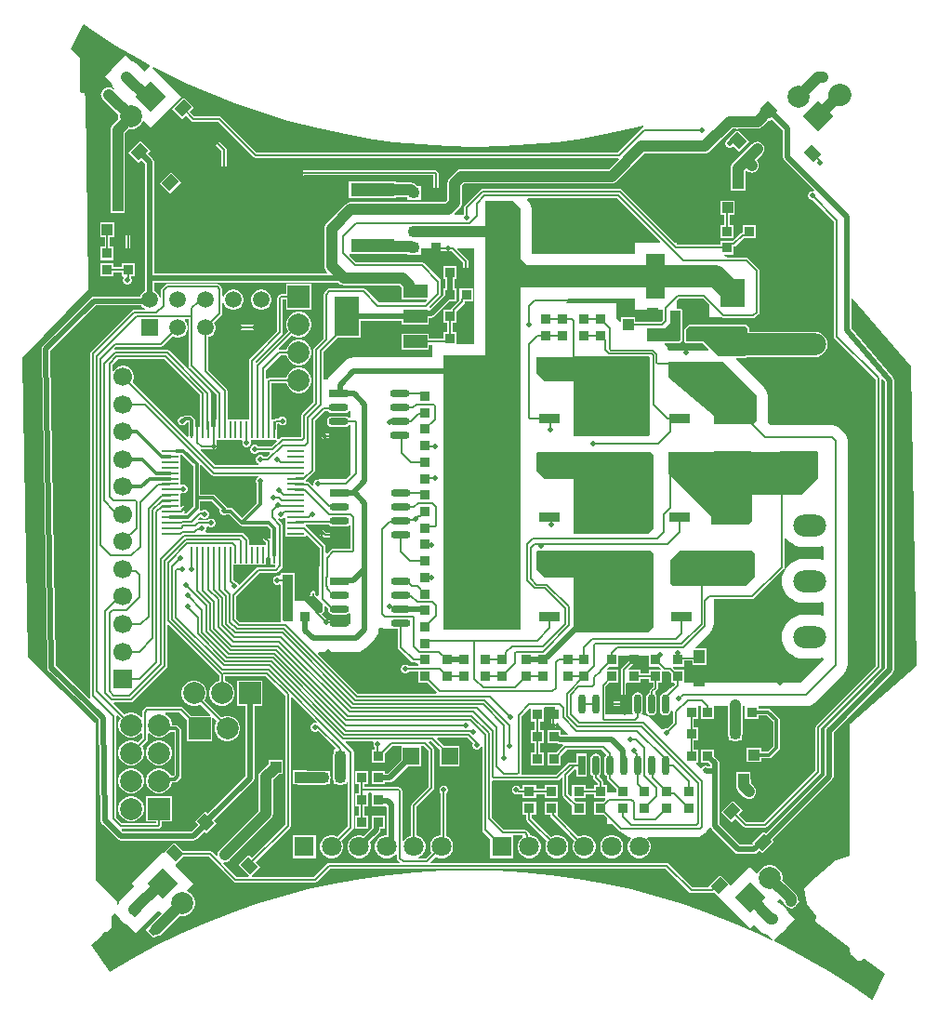
<source format=gbr>
G04*
G04 #@! TF.GenerationSoftware,Altium Limited,Altium Designer,22.4.2 (48)*
G04*
G04 Layer_Physical_Order=1*
G04 Layer_Color=255*
%FSLAX44Y44*%
%MOMM*%
G71*
G04*
G04 #@! TF.SameCoordinates,72DCB881-4164-4183-B9F3-641E9368B05D*
G04*
G04*
G04 #@! TF.FilePolarity,Positive*
G04*
G01*
G75*
%ADD10C,0.2000*%
%ADD11C,0.3000*%
%ADD20R,1.8000X0.6500*%
%ADD21O,1.8000X0.6500*%
%ADD22R,2.3000X2.5000*%
G04:AMPARAMS|DCode=23|XSize=0.7mm|YSize=0.85mm|CornerRadius=0mm|HoleSize=0mm|Usage=FLASHONLY|Rotation=315.000|XOffset=0mm|YOffset=0mm|HoleType=Round|Shape=Rectangle|*
%AMROTATEDRECTD23*
4,1,4,-0.5480,-0.0530,0.0530,0.5480,0.5480,0.0530,-0.0530,-0.5480,-0.5480,-0.0530,0.0*
%
%ADD23ROTATEDRECTD23*%

G04:AMPARAMS|DCode=24|XSize=1.2mm|YSize=1mm|CornerRadius=0mm|HoleSize=0mm|Usage=FLASHONLY|Rotation=315.000|XOffset=0mm|YOffset=0mm|HoleType=Round|Shape=Rectangle|*
%AMROTATEDRECTD24*
4,1,4,-0.7778,0.0707,-0.0707,0.7778,0.7778,-0.0707,0.0707,-0.7778,-0.7778,0.0707,0.0*
%
%ADD24ROTATEDRECTD24*%

%ADD25R,0.9000X0.9000*%
%ADD26R,3.4000X2.5000*%
%ADD27R,0.9000X0.9000*%
%ADD28R,1.0000X1.0000*%
%ADD29R,2.2000X1.2000*%
%ADD30R,2.2000X3.6000*%
%ADD31R,1.9000X0.9500*%
%ADD32R,6.9000X6.8000*%
%ADD33O,0.6500X1.8000*%
%ADD34R,0.6500X1.8000*%
%ADD35R,1.0000X1.2000*%
%ADD36R,1.0000X1.0000*%
G04:AMPARAMS|DCode=37|XSize=0.7mm|YSize=0.85mm|CornerRadius=0mm|HoleSize=0mm|Usage=FLASHONLY|Rotation=225.000|XOffset=0mm|YOffset=0mm|HoleType=Round|Shape=Rectangle|*
%AMROTATEDRECTD37*
4,1,4,-0.0530,0.5480,0.5480,-0.0530,0.0530,-0.5480,-0.5480,0.0530,-0.0530,0.5480,0.0*
%
%ADD37ROTATEDRECTD37*%

G04:AMPARAMS|DCode=38|XSize=1.2mm|YSize=1mm|CornerRadius=0mm|HoleSize=0mm|Usage=FLASHONLY|Rotation=225.000|XOffset=0mm|YOffset=0mm|HoleType=Round|Shape=Rectangle|*
%AMROTATEDRECTD38*
4,1,4,0.0707,0.7778,0.7778,0.0707,-0.0707,-0.7778,-0.7778,-0.0707,0.0707,0.7778,0.0*
%
%ADD38ROTATEDRECTD38*%

%ADD39R,1.5000X1.6000*%
%ADD40R,1.5000X0.2800*%
%ADD41R,0.2800X1.5000*%
%ADD42R,1.8000X4.1000*%
%ADD43R,4.0000X1.2200*%
%ADD44R,8.3000X9.4000*%
%ADD84C,0.1524*%
%ADD85C,0.1540*%
%ADD86C,0.5000*%
%ADD87C,0.1600*%
%ADD88C,1.0000*%
%ADD89C,2.0000*%
%ADD90C,1.7000*%
%ADD91R,1.7000X1.7000*%
%ADD92C,2.0000*%
%ADD93P,2.8284X4X270.0*%
%ADD94O,3.0000X2.0000*%
%ADD95P,2.8284X4X180.0*%
%ADD96C,1.8000*%
%ADD97R,1.8000X1.8000*%
%ADD98R,2.0000X2.0000*%
%ADD99R,2.0000X2.0000*%
%ADD100R,1.5000X1.5000*%
%ADD101C,1.5000*%
%ADD102O,2.0000X3.0000*%
%ADD103C,0.5000*%
G36*
X-2599Y720321D02*
X18150Y707039D01*
X39404Y694582D01*
X49330Y689277D01*
X49475Y687759D01*
X44647Y682932D01*
X38790Y688790D01*
X36506Y690664D01*
X33900Y692057D01*
X33036Y692319D01*
X27601Y697754D01*
X21377Y691530D01*
X19758Y690664D01*
X17474Y688790D01*
X15599Y686506D01*
X14734Y684886D01*
X8510Y678662D01*
X13945Y673227D01*
X14207Y672364D01*
X15599Y669758D01*
X17086Y667946D01*
X16197Y667028D01*
X15499Y667563D01*
X13913Y668221D01*
X12419Y668417D01*
X11338Y669498D01*
X9986Y668146D01*
X8580Y667563D01*
X7218Y666518D01*
X6173Y665156D01*
X5591Y663751D01*
X4239Y662399D01*
X5371Y661266D01*
X5516Y660166D01*
X6173Y658580D01*
X7218Y657218D01*
X8580Y656173D01*
X8624Y656155D01*
X20668Y644111D01*
X20519Y643556D01*
Y640523D01*
X20668Y639968D01*
X15350Y634650D01*
X14305Y633288D01*
X13648Y631702D01*
X13424Y630000D01*
X13424Y630000D01*
Y561000D01*
X13480Y560573D01*
Y554480D01*
X19573D01*
X20000Y554424D01*
X20427Y554480D01*
X26520D01*
Y560573D01*
X26576Y561000D01*
Y627276D01*
X29968Y630668D01*
X30523Y630519D01*
X33556D01*
X36486Y631305D01*
X39113Y632821D01*
X41258Y634966D01*
X42611Y637309D01*
X43977Y637739D01*
X50000Y631716D01*
X78284Y660000D01*
X51732Y686553D01*
X52497Y687584D01*
X61130Y682969D01*
X83296Y672218D01*
X105867Y662345D01*
X128808Y653366D01*
X152084Y645295D01*
X175658Y638144D01*
X199496Y631923D01*
X223559Y626644D01*
X247811Y622313D01*
X272214Y618937D01*
X296731Y616523D01*
X321324Y615072D01*
X345955Y614589D01*
X370586Y615072D01*
X395178Y616523D01*
X419695Y618937D01*
X444098Y622313D01*
X468350Y626644D01*
X492413Y631923D01*
X498676Y633557D01*
X499017Y632374D01*
X498183Y631817D01*
X475936Y609569D01*
X146564D01*
X114317Y641817D01*
X113483Y642374D01*
X112500Y642569D01*
X90260D01*
X86025Y646805D01*
X89526Y650305D01*
X80305Y659526D01*
X69670Y648891D01*
X78891Y639670D01*
X82392Y643171D01*
X87379Y638183D01*
X87379Y638183D01*
X88213Y637626D01*
X89196Y637431D01*
X89196Y637431D01*
X111436D01*
X143683Y605183D01*
X144517Y604626D01*
X145500Y604431D01*
X475834D01*
X476360Y603161D01*
X467276Y594076D01*
X332858D01*
X332858Y594076D01*
X331156Y593852D01*
X329570Y593195D01*
X328208Y592150D01*
X322350Y586292D01*
X321305Y584930D01*
X320648Y583344D01*
X320424Y581642D01*
X320424Y581642D01*
Y566082D01*
X318418Y564076D01*
X232500D01*
X232500Y564076D01*
X230798Y563852D01*
X229212Y563195D01*
X227850Y562150D01*
X227850Y562150D01*
X210350Y544650D01*
X209305Y543288D01*
X208648Y541702D01*
X208424Y540000D01*
X208424Y540000D01*
Y505858D01*
X208424Y505858D01*
X208648Y504156D01*
X209305Y502570D01*
X210350Y501208D01*
X211285Y500272D01*
X210800Y499099D01*
X53299D01*
Y600800D01*
X52987Y602369D01*
X52098Y603698D01*
X47509Y608288D01*
X49928Y610707D01*
X40707Y619928D01*
X30072Y609293D01*
X39293Y600072D01*
X41712Y602491D01*
X45101Y599102D01*
Y493200D01*
Y483449D01*
X43662Y482618D01*
X41982Y480938D01*
X40795Y478882D01*
X40639Y478299D01*
X-1283D01*
X-2852Y477987D01*
X-4182Y477098D01*
X-48129Y433151D01*
X-49017Y431821D01*
X-49329Y430253D01*
Y428138D01*
X-49322Y428102D01*
X-49329Y428066D01*
X-44311Y142066D01*
X-44276Y140047D01*
X-44114Y139300D01*
X-43965Y138550D01*
X-43944Y138519D01*
X-43936Y138484D01*
X-43501Y137856D01*
X-43076Y137220D01*
X-41614Y135758D01*
X-41584Y135738D01*
X-41563Y135708D01*
X2426Y93236D01*
X2691Y92972D01*
X4295Y1535D01*
X4457Y788D01*
X4606Y38D01*
X4627Y8D01*
X4634Y-28D01*
X5070Y-656D01*
X5495Y-1291D01*
X6923Y-2720D01*
X20102Y-15898D01*
X21432Y-16787D01*
X23000Y-17099D01*
X89071D01*
X90640Y-16787D01*
X91969Y-15898D01*
X99323Y-8544D01*
X101109Y-10330D01*
X110330Y-1109D01*
X107911Y1310D01*
X143298Y36698D01*
X144187Y38027D01*
X144499Y39596D01*
Y105480D01*
X151920D01*
Y128520D01*
X128880D01*
Y105480D01*
X136301D01*
Y41294D01*
X102114Y7107D01*
X99695Y9526D01*
X90474Y305D01*
X93527Y-2748D01*
X87373Y-8901D01*
X24698D01*
X23636Y-7839D01*
X24162Y-6569D01*
X56528D01*
X57512Y-6374D01*
X58345Y-5817D01*
X59517Y-4645D01*
X60074Y-3812D01*
X60269Y-2828D01*
X60269Y-2828D01*
Y380D01*
X69220D01*
Y23420D01*
X46180D01*
Y380D01*
X55131D01*
Y-1431D01*
X24064D01*
X18569Y4064D01*
Y96000D01*
X18470Y96501D01*
X19640Y97126D01*
X22537Y94230D01*
X21565Y92547D01*
X20780Y89617D01*
Y86583D01*
X21565Y83653D01*
X23082Y81026D01*
X25227Y78882D01*
X27853Y77365D01*
X30783Y76580D01*
X33817D01*
X36747Y77365D01*
X39374Y78882D01*
X41161Y80669D01*
X42431Y80163D01*
Y76464D01*
X38430Y72463D01*
X36747Y73435D01*
X33817Y74220D01*
X30783D01*
X27853Y73435D01*
X25227Y71918D01*
X23082Y69774D01*
X21565Y67147D01*
X20780Y64217D01*
Y61183D01*
X21565Y58253D01*
X23082Y55627D01*
X25227Y53482D01*
X27853Y51965D01*
X30783Y51180D01*
X33817D01*
X36747Y51965D01*
X39374Y53482D01*
X41518Y55627D01*
X43035Y58253D01*
X43820Y61183D01*
Y64217D01*
X43035Y67147D01*
X42063Y68830D01*
X46817Y73583D01*
X47374Y74417D01*
X47569Y75400D01*
Y80163D01*
X48839Y80669D01*
X50627Y78882D01*
X53253Y77365D01*
X56183Y76580D01*
X59217D01*
X62147Y77365D01*
X64774Y78882D01*
X66918Y81026D01*
X67435Y81921D01*
X71921D01*
Y43033D01*
X70925Y42036D01*
X68268D01*
X66918Y44373D01*
X64774Y46518D01*
X62147Y48035D01*
X59217Y48820D01*
X56183D01*
X53253Y48035D01*
X50627Y46518D01*
X48482Y44373D01*
X46965Y41747D01*
X46180Y38817D01*
Y35783D01*
X46965Y32853D01*
X48482Y30227D01*
X50627Y28082D01*
X53253Y26565D01*
X56183Y25780D01*
X59217D01*
X62147Y26565D01*
X64774Y28082D01*
X66918Y30227D01*
X68435Y32853D01*
X69220Y35783D01*
Y35878D01*
X72200D01*
X73378Y36113D01*
X74377Y36780D01*
X77177Y39580D01*
X77845Y40579D01*
X78079Y41757D01*
Y83243D01*
X77845Y84421D01*
X77177Y85420D01*
X75420Y87177D01*
X74421Y87845D01*
X73243Y88079D01*
X69220D01*
Y89617D01*
X68435Y92547D01*
X66918Y95174D01*
X64774Y97318D01*
X63315Y98161D01*
X63655Y99431D01*
X76536D01*
X83080Y92886D01*
Y73480D01*
X106120D01*
Y94387D01*
X107293Y94873D01*
X110529Y91637D01*
X109265Y89447D01*
X108480Y86517D01*
Y83483D01*
X109265Y80553D01*
X110782Y77927D01*
X112927Y75782D01*
X115553Y74265D01*
X118483Y73480D01*
X121517D01*
X124447Y74265D01*
X127073Y75782D01*
X129218Y77927D01*
X130735Y80553D01*
X131520Y83483D01*
Y86517D01*
X130735Y89447D01*
X129218Y92073D01*
X127073Y94218D01*
X124447Y95735D01*
X121517Y96520D01*
X118483D01*
X115553Y95735D01*
X114378Y95056D01*
X99070Y110363D01*
X100335Y112553D01*
X101120Y115483D01*
Y118517D01*
X100335Y121447D01*
X98818Y124073D01*
X96673Y126218D01*
X94047Y127735D01*
X91117Y128520D01*
X88083D01*
X85153Y127735D01*
X82527Y126218D01*
X80382Y124073D01*
X78865Y121447D01*
X78080Y118517D01*
Y115483D01*
X78865Y112553D01*
X80382Y109927D01*
X82527Y107782D01*
X85153Y106265D01*
X88083Y105480D01*
X91117D01*
X94047Y106265D01*
X95222Y106944D01*
X104473Y97693D01*
X103987Y96520D01*
X86714D01*
X79417Y103817D01*
X78583Y104374D01*
X77600Y104569D01*
X47000D01*
X46017Y104374D01*
X45183Y103817D01*
X43183Y101817D01*
X42626Y100983D01*
X42431Y100000D01*
Y96037D01*
X41161Y95531D01*
X39374Y97318D01*
X36747Y98835D01*
X33817Y99620D01*
X30783D01*
X27853Y98835D01*
X26170Y97863D01*
X16296Y107737D01*
X16782Y108911D01*
X32022D01*
X33005Y109106D01*
X33839Y109663D01*
X64377Y140201D01*
X64934Y141035D01*
X65129Y142018D01*
Y178806D01*
X66303Y179292D01*
X112431Y133164D01*
Y128238D01*
X110553Y127735D01*
X107927Y126218D01*
X105782Y124073D01*
X104265Y121447D01*
X103480Y118517D01*
Y115483D01*
X104265Y112553D01*
X105782Y109927D01*
X107927Y107782D01*
X110553Y106265D01*
X113483Y105480D01*
X116517D01*
X119447Y106265D01*
X122073Y107782D01*
X124218Y109927D01*
X125735Y112553D01*
X126520Y115483D01*
Y118517D01*
X125735Y121447D01*
X124218Y124073D01*
X122073Y126218D01*
X119447Y127735D01*
X117569Y128238D01*
Y132831D01*
X154646D01*
X172431Y115046D01*
Y-2521D01*
X142086Y-32866D01*
X139293Y-30072D01*
X130072Y-39293D01*
X139440Y-48661D01*
X138914Y-49931D01*
X128564D01*
X116338Y-37704D01*
X116931Y-36501D01*
X117500Y-36576D01*
X119202Y-36352D01*
X120788Y-35695D01*
X122150Y-34650D01*
X159650Y2850D01*
X159650Y2850D01*
X160695Y4212D01*
X161352Y5798D01*
X161576Y7500D01*
X161576Y7500D01*
Y38276D01*
X166150Y42850D01*
X166634Y43480D01*
X170520D01*
Y56520D01*
X157480D01*
Y52634D01*
X156850Y52150D01*
X150350Y45650D01*
X149305Y44288D01*
X148648Y42702D01*
X148424Y41000D01*
X148424Y41000D01*
Y10224D01*
X112850Y-25350D01*
X111805Y-26712D01*
X111148Y-28298D01*
X110924Y-30000D01*
X110999Y-30569D01*
X109796Y-31162D01*
X106141Y-27508D01*
X105308Y-26951D01*
X104324Y-26755D01*
X79545D01*
X71480Y-18689D01*
X62259Y-27910D01*
X61049Y-27765D01*
X61020Y-27736D01*
X32736Y-56020D01*
X35200Y-58484D01*
X24342Y-69342D01*
X22468Y-71626D01*
X21075Y-74232D01*
X20730Y-75369D01*
X19460Y-75181D01*
Y-72153D01*
X514Y-53207D01*
X515Y88025D01*
X510Y88050D01*
X515Y88075D01*
X402Y88593D01*
X299Y89114D01*
X285Y89135D01*
X279Y89159D01*
X-23Y89596D01*
X-318Y90036D01*
X-339Y90050D01*
X-353Y90071D01*
X-61972Y149565D01*
X-66752Y422032D01*
X-7259Y483650D01*
X-6658Y484584D01*
X-6461Y485676D01*
X-9538Y661061D01*
X-9773Y662145D01*
X-10406Y663057D01*
X-11340Y663658D01*
X-12432Y663855D01*
X-12961Y663740D01*
X-14239Y664546D01*
X-14540Y695847D01*
X-22411Y702834D01*
X-11846Y725580D01*
X-10619Y725911D01*
X-2599Y720321D01*
D02*
G37*
G36*
X625901Y629733D02*
Y605000D01*
X626213Y603431D01*
X627102Y602102D01*
X654169Y575035D01*
X653449Y573958D01*
X653300Y574020D01*
X651700D01*
X650223Y573408D01*
X649092Y572277D01*
X648480Y570800D01*
Y569200D01*
X649092Y567723D01*
X650223Y566592D01*
X651700Y565980D01*
X652886D01*
X672431Y546436D01*
Y442000D01*
X672626Y441017D01*
X673183Y440183D01*
X710431Y402936D01*
Y142064D01*
X656433Y88067D01*
X655876Y87233D01*
X655681Y86250D01*
Y46814D01*
X608936Y69D01*
X592760D01*
X586025Y6805D01*
X589526Y10305D01*
X580305Y19526D01*
X569670Y8891D01*
X578891Y-330D01*
X582392Y3171D01*
X589879Y-4317D01*
X589879Y-4317D01*
X590713Y-4874D01*
X591696Y-5069D01*
X591696Y-5069D01*
X610000D01*
X610983Y-4874D01*
X611817Y-4317D01*
X660067Y43933D01*
X660624Y44767D01*
X660819Y45750D01*
Y85186D01*
X714817Y139183D01*
X715374Y140017D01*
X715569Y141000D01*
Y402546D01*
X716839Y403017D01*
X718901Y400622D01*
Y139954D01*
X666567Y87620D01*
X666567Y87620D01*
X666566Y87619D01*
X666566Y87619D01*
X665102Y86154D01*
X664213Y84825D01*
X663901Y83256D01*
Y43267D01*
X610232Y-10402D01*
X608520Y-8689D01*
X597885Y-19324D01*
X598393Y-19832D01*
X597666Y-20901D01*
X586698D01*
X568099Y-2302D01*
Y46000D01*
Y53500D01*
X567787Y55068D01*
X566898Y56398D01*
X563520Y59777D01*
Y66020D01*
X551480D01*
Y53980D01*
X557724D01*
X559901Y51802D01*
Y50099D01*
X558269D01*
X558185Y50155D01*
X557900Y50440D01*
X557527Y50595D01*
X557191Y50819D01*
X556795Y50898D01*
X556423Y51052D01*
X556019D01*
X555623Y51131D01*
X555227Y51052D01*
X554823D01*
X554450Y50898D01*
X554054Y50819D01*
X553718Y50595D01*
X553346Y50440D01*
X553060Y50155D01*
X552724Y49931D01*
X552500Y49595D01*
X552215Y49310D01*
X552171Y49204D01*
X551439Y48912D01*
X550808Y48888D01*
X550647Y48933D01*
X546773Y52807D01*
X547259Y53980D01*
X548520D01*
Y66020D01*
X544827D01*
Y73980D01*
X548520D01*
Y86020D01*
X544827D01*
Y93980D01*
X548520D01*
Y105145D01*
X551480D01*
Y93980D01*
X563520D01*
Y105145D01*
X575924D01*
Y100000D01*
Y80000D01*
X576148Y78298D01*
X576480Y77496D01*
Y73980D01*
X579996D01*
X580798Y73648D01*
X582500Y73424D01*
X584202Y73648D01*
X585004Y73980D01*
X588520D01*
Y77496D01*
X588852Y78298D01*
X589076Y80000D01*
Y100000D01*
Y105145D01*
X591480D01*
Y93980D01*
X603520D01*
Y96921D01*
X611225D01*
X616921Y91225D01*
Y68775D01*
X612225Y64079D01*
X606020D01*
Y67520D01*
X592980D01*
Y54480D01*
X606020D01*
Y57921D01*
X613500D01*
X614678Y58155D01*
X615677Y58823D01*
X622177Y65323D01*
X622845Y66322D01*
X623079Y67500D01*
Y92500D01*
X622845Y93678D01*
X622177Y94677D01*
X614677Y102177D01*
X613678Y102845D01*
X612500Y103079D01*
X603520D01*
Y105145D01*
X647000D01*
X649809Y105515D01*
X652427Y106599D01*
X654676Y108324D01*
X681675Y135324D01*
X683401Y137573D01*
X684485Y140191D01*
X684855Y143000D01*
Y347000D01*
X684485Y349809D01*
X683401Y352427D01*
X681675Y354675D01*
X678676Y357676D01*
X676427Y359401D01*
X673809Y360485D01*
X671000Y360855D01*
X614496D01*
X611884Y363467D01*
X612086Y365000D01*
Y388000D01*
X611743Y390611D01*
X610735Y393043D01*
X609132Y395132D01*
X607000Y397264D01*
Y398000D01*
X606264D01*
X583083Y421181D01*
X583569Y422355D01*
X592000D01*
X593163Y422837D01*
X593307Y422981D01*
X655000D01*
X658007Y423377D01*
X660810Y424537D01*
X663216Y426384D01*
X665063Y428790D01*
X666224Y431593D01*
X666619Y434600D01*
X666224Y437607D01*
X665063Y440410D01*
X663216Y442816D01*
X660810Y444663D01*
X658007Y445824D01*
X655000Y446219D01*
X595645D01*
Y449000D01*
X595163Y450163D01*
X593163Y452163D01*
X593025Y452221D01*
Y452519D01*
X592304D01*
X592000Y452645D01*
X541000D01*
X539837Y452163D01*
X536837Y449163D01*
X536777Y449020D01*
X536480D01*
Y448302D01*
X536355Y448000D01*
Y437000D01*
X536837Y435837D01*
X538000Y435355D01*
X553318D01*
X558230Y430443D01*
X557744Y429270D01*
X522000D01*
X521360Y429186D01*
X520453Y431375D01*
X518728Y433624D01*
X518170Y434181D01*
X518656Y435355D01*
X531000D01*
X532163Y435837D01*
X533307Y436980D01*
X533520D01*
Y437193D01*
X534163Y437837D01*
X534645Y439000D01*
Y465000D01*
X534163Y466163D01*
X533520Y466430D01*
Y467020D01*
X529000D01*
Y474366D01*
X531037Y476403D01*
X552963D01*
X558505Y470861D01*
Y458999D01*
X570458D01*
X571017Y458626D01*
X572000Y458431D01*
X599000D01*
X599983Y458626D01*
X600541Y458999D01*
X601505D01*
Y459871D01*
X603817Y462183D01*
X604374Y463017D01*
X604569Y464000D01*
Y501828D01*
X604374Y502812D01*
X603817Y503645D01*
X594645Y512817D01*
X593812Y513374D01*
X592828Y513569D01*
X575497D01*
X572695Y515067D01*
X572224Y515210D01*
X572412Y516480D01*
X581020D01*
Y523435D01*
X581983Y523626D01*
X582817Y524183D01*
X590114Y531480D01*
X601020D01*
Y543520D01*
X588980D01*
Y536669D01*
X588145Y536502D01*
X587312Y535946D01*
X579936Y528569D01*
X578500D01*
X578252Y528520D01*
X568980D01*
Y525069D01*
X529542D01*
X529000Y525612D01*
Y527000D01*
X527612D01*
X479275Y575337D01*
X478441Y575894D01*
X477458Y576089D01*
X352520D01*
X351537Y575894D01*
X350703Y575337D01*
X336183Y560817D01*
X335626Y559983D01*
X335431Y559000D01*
Y553156D01*
X334847Y552573D01*
X327311D01*
X326785Y553843D01*
X331650Y558708D01*
X332695Y560070D01*
X333352Y561656D01*
X333576Y563358D01*
X333576Y563358D01*
Y578918D01*
X335582Y580924D01*
X470000D01*
X470000Y580924D01*
X471702Y581148D01*
X473288Y581805D01*
X474650Y582850D01*
X500224Y608424D01*
X555000D01*
X555000Y608424D01*
X556702Y608648D01*
X558288Y609305D01*
X559650Y610350D01*
X580224Y630924D01*
X583631D01*
X584019Y629654D01*
X583508Y629143D01*
X575309Y620943D01*
X575223Y620908D01*
X574092Y619777D01*
X573480Y618300D01*
Y616700D01*
X574092Y615223D01*
X575223Y614092D01*
X576700Y613480D01*
X578300D01*
X579777Y614092D01*
X580732Y615047D01*
X585707Y610072D01*
X594928Y619293D01*
X585142Y629079D01*
X584567Y629654D01*
X584955Y630924D01*
X602500D01*
X602500Y630924D01*
X604202Y631148D01*
X605788Y631805D01*
X607150Y632850D01*
X613255Y638955D01*
X613922Y638287D01*
X615634Y640000D01*
X625901Y629733D01*
D02*
G37*
G36*
X514193Y528173D02*
X513707Y527000D01*
X491000D01*
Y516597D01*
X397086D01*
Y558000D01*
X396743Y560611D01*
X395735Y563043D01*
X394132Y565132D01*
X393007Y566257D01*
X393493Y567431D01*
X474936D01*
X514193Y528173D01*
D02*
G37*
G36*
X344914Y445000D02*
Y435086D01*
X328520D01*
Y446020D01*
X325069D01*
Y453980D01*
X328520D01*
Y464886D01*
X335817Y472183D01*
X336374Y473017D01*
X336565Y473980D01*
X343520D01*
Y486020D01*
X331480D01*
Y476748D01*
X331431Y476500D01*
Y475064D01*
X324054Y467688D01*
X323498Y466855D01*
X323331Y466020D01*
X316480D01*
Y453980D01*
X319931D01*
Y446020D01*
X316480D01*
Y439569D01*
X303520D01*
Y444520D01*
X278480D01*
Y429480D01*
X303520D01*
Y434431D01*
X305908D01*
X307000Y434000D01*
Y425655D01*
X306914Y425000D01*
Y422608D01*
X235000D01*
X231737Y422178D01*
X228696Y420919D01*
X226085Y418915D01*
X213542Y406372D01*
X211539Y403761D01*
X211176Y402886D01*
X207569D01*
Y427936D01*
X220114Y440480D01*
X241520D01*
Y455901D01*
X278480D01*
Y452480D01*
X303520D01*
Y458955D01*
X305553D01*
X307122Y459267D01*
X308451Y460155D01*
X322276Y473980D01*
X328520D01*
Y486020D01*
X326599D01*
Y493980D01*
X328520D01*
Y506020D01*
X316480D01*
Y493980D01*
X318401D01*
Y486020D01*
X316480D01*
Y479776D01*
X304753Y468050D01*
X304508Y468078D01*
X304168Y468765D01*
X304214Y469580D01*
X313817Y479183D01*
X314374Y480017D01*
X314569Y481000D01*
Y492000D01*
X314374Y492983D01*
X313817Y493817D01*
X298817Y508817D01*
X297983Y509374D01*
X297000Y509569D01*
X237064D01*
X230924Y515710D01*
X231450Y516980D01*
X252997D01*
X253424Y516924D01*
X283980D01*
Y516480D01*
X285820D01*
X286622Y516148D01*
X288324Y515924D01*
X288324Y515924D01*
X290000D01*
X291702Y516148D01*
X292504Y516480D01*
X296020D01*
Y519996D01*
X296352Y520798D01*
X296567Y522427D01*
X307688D01*
X307850Y521610D01*
X308355Y520855D01*
X308855Y520355D01*
X309610Y519850D01*
X310500Y519673D01*
X324036D01*
X334780Y508929D01*
Y500393D01*
X334957Y499503D01*
X335462Y498748D01*
X335855Y498355D01*
X336610Y497850D01*
X337500Y497673D01*
X338390Y497850D01*
X339145Y498355D01*
X339650Y499110D01*
X339827Y500000D01*
X339650Y500890D01*
X339434Y501214D01*
Y509893D01*
X339256Y510784D01*
X338752Y511539D01*
X329036Y521254D01*
X329522Y522427D01*
X344914D01*
Y445000D01*
D02*
G37*
G36*
X221208Y490350D02*
X222570Y489305D01*
X224156Y488648D01*
X225858Y488424D01*
X225858Y488424D01*
X276418D01*
X278424Y486418D01*
Y484000D01*
X278424Y484000D01*
X278480Y483573D01*
Y475480D01*
X301187D01*
X301673Y474307D01*
X299936Y472569D01*
X258064D01*
X245817Y484817D01*
X244983Y485374D01*
X244000Y485569D01*
X213000D01*
X212017Y485374D01*
X211183Y484817D01*
X208183Y481817D01*
X207626Y480983D01*
X207431Y480000D01*
Y440042D01*
X199183Y431795D01*
X198626Y430961D01*
X198431Y429978D01*
Y382042D01*
X187663Y371275D01*
X187106Y370441D01*
X186911Y369458D01*
Y350569D01*
X170000D01*
X169017Y350374D01*
X168183Y349817D01*
X166690Y348324D01*
X165420Y348850D01*
Y357413D01*
X165465Y357638D01*
Y362448D01*
X166735Y362580D01*
X167723Y361592D01*
X169200Y360980D01*
X170800D01*
X172277Y361592D01*
X173408Y362723D01*
X174020Y364200D01*
Y365800D01*
X173408Y367277D01*
X172277Y368408D01*
X170800Y369020D01*
X169200D01*
X167723Y368408D01*
X166642Y367327D01*
X164031D01*
X163140Y367150D01*
X162386Y366645D01*
X161760Y366020D01*
X160069D01*
Y399331D01*
X173762D01*
X174265Y397453D01*
X175782Y394827D01*
X177927Y392682D01*
X180553Y391165D01*
X183483Y390380D01*
X186517D01*
X189447Y391165D01*
X192073Y392682D01*
X194218Y394827D01*
X195735Y397453D01*
X196520Y400383D01*
Y403417D01*
X195735Y406347D01*
X194218Y408974D01*
X192073Y411118D01*
X189447Y412635D01*
X186517Y413420D01*
X183483D01*
X180553Y412635D01*
X177927Y411118D01*
X175782Y408974D01*
X174265Y406347D01*
X173762Y404469D01*
X158672D01*
X158672Y404469D01*
X157688Y404274D01*
X156855Y403717D01*
X156339Y403201D01*
X155069Y403727D01*
Y411436D01*
X168364Y424731D01*
X173762D01*
X174265Y422853D01*
X175782Y420227D01*
X177927Y418082D01*
X180553Y416565D01*
X183483Y415780D01*
X186517D01*
X189447Y416565D01*
X192073Y418082D01*
X194218Y420227D01*
X195735Y422853D01*
X196520Y425783D01*
Y428817D01*
X195735Y431747D01*
X194218Y434374D01*
X192073Y436518D01*
X189447Y438035D01*
X186517Y438820D01*
X183483D01*
X180553Y438035D01*
X177927Y436518D01*
X175782Y434374D01*
X174265Y431747D01*
X173762Y429869D01*
X167599D01*
X167154Y430588D01*
X167048Y431114D01*
X178870Y442937D01*
X180553Y441965D01*
X183483Y441180D01*
X186517D01*
X189447Y441965D01*
X192073Y443482D01*
X194218Y445626D01*
X195735Y448253D01*
X196520Y451183D01*
Y454217D01*
X195735Y457147D01*
X194218Y459773D01*
X192073Y461918D01*
X189447Y463435D01*
X186517Y464220D01*
X183483D01*
X180553Y463435D01*
X177927Y461918D01*
X175782Y459773D01*
X174265Y457147D01*
X173480Y454217D01*
Y451183D01*
X174265Y448253D01*
X175237Y446570D01*
X146946Y418280D01*
X145599Y418728D01*
X145506Y419372D01*
X169917Y443783D01*
X169917Y443783D01*
X170474Y444617D01*
X170669Y445600D01*
Y475531D01*
X173480D01*
Y466580D01*
X196520D01*
Y489620D01*
X173480D01*
Y480669D01*
X169272D01*
X169272Y480669D01*
X168288Y480474D01*
X167455Y479917D01*
X166283Y478745D01*
X165726Y477912D01*
X165531Y476928D01*
Y446664D01*
X140683Y421817D01*
X140126Y420983D01*
X139931Y420000D01*
Y366020D01*
X120069D01*
Y392500D01*
X119874Y393483D01*
X119317Y394317D01*
X102569Y411064D01*
Y441350D01*
X103482Y441595D01*
X105538Y442782D01*
X107218Y444462D01*
X108405Y446518D01*
X109020Y448812D01*
Y451188D01*
X108405Y453482D01*
X107933Y454299D01*
X114817Y461183D01*
X115374Y462017D01*
X115569Y463000D01*
Y472331D01*
X116839Y472498D01*
X116995Y471918D01*
X118182Y469862D01*
X119862Y468182D01*
X121918Y466995D01*
X124213Y466380D01*
X126587D01*
X128882Y466995D01*
X130938Y468182D01*
X132618Y469862D01*
X133805Y471918D01*
X134420Y474212D01*
Y476587D01*
X133805Y478882D01*
X132618Y480938D01*
X130938Y482618D01*
X128882Y483805D01*
X126587Y484420D01*
X124213D01*
X121918Y483805D01*
X119862Y482618D01*
X118182Y480938D01*
X116995Y478882D01*
X116839Y478302D01*
X115569Y478469D01*
Y485000D01*
X115374Y485983D01*
X114817Y486817D01*
X112817Y488817D01*
X111983Y489374D01*
X111000Y489569D01*
X65000D01*
X64017Y489374D01*
X63183Y488817D01*
X60183Y485817D01*
X59626Y484983D01*
X59431Y484000D01*
Y476976D01*
X58161Y476809D01*
X57605Y478882D01*
X56418Y480938D01*
X54738Y482618D01*
X53299Y483449D01*
Y490901D01*
X220656D01*
X221208Y490350D01*
D02*
G37*
G36*
X41982Y469862D02*
X43662Y468182D01*
X45052Y467379D01*
X44712Y466109D01*
X34540D01*
X34540Y466109D01*
X33557Y465914D01*
X32723Y465357D01*
X-4401Y428233D01*
X-4958Y427399D01*
X-5153Y426416D01*
Y114584D01*
X-4958Y113601D01*
X-4816Y113389D01*
X-5796Y112570D01*
X-35843Y141580D01*
X-36109Y141846D01*
X-36115Y142210D01*
X-41132Y428174D01*
Y428555D01*
X414Y470101D01*
X41844D01*
X41982Y469862D01*
D02*
G37*
G36*
X491000Y466000D02*
X516431D01*
Y457064D01*
X514936Y455569D01*
X491520D01*
Y459520D01*
X478480D01*
Y455432D01*
X477210Y455176D01*
X475676Y457175D01*
X474500Y458351D01*
Y472000D01*
X428904D01*
X428518Y473270D01*
X428645Y473355D01*
X429150Y474110D01*
X429327Y475000D01*
X429300Y475133D01*
X430218Y476403D01*
X491000D01*
Y466000D01*
D02*
G37*
G36*
X84931Y415000D02*
X85126Y414017D01*
X85683Y413183D01*
X109931Y388936D01*
Y366020D01*
X109580D01*
Y359904D01*
X108310Y359164D01*
X108229Y359210D01*
X107328Y359320D01*
X106690Y359143D01*
X105838Y359557D01*
X105420Y359883D01*
Y366020D01*
X104669D01*
Y390400D01*
X104474Y391383D01*
X103917Y392217D01*
X66817Y429317D01*
X65983Y429874D01*
X65000Y430069D01*
X17656D01*
X17369Y430436D01*
X17069Y431279D01*
X18464Y432673D01*
X59600D01*
X60490Y432850D01*
X61245Y433355D01*
X70083Y442192D01*
X71118Y441595D01*
X73412Y440980D01*
X75788D01*
X78082Y441595D01*
X80138Y442782D01*
X81818Y444462D01*
X83005Y446518D01*
X83620Y448812D01*
Y451188D01*
X83005Y453482D01*
X81818Y455538D01*
X81196Y456161D01*
X81722Y457431D01*
X84931D01*
Y415000D01*
D02*
G37*
G36*
X533000Y439000D02*
X531000Y437000D01*
X503000D01*
X502000Y438000D01*
Y449000D01*
X518540D01*
X523000Y453460D01*
Y465000D01*
X533000D01*
Y439000D01*
D02*
G37*
G36*
X594000Y449000D02*
Y426000D01*
X592000Y424000D01*
X567000D01*
X554000Y437000D01*
X538000D01*
Y448000D01*
X541000Y451000D01*
X592000D01*
X594000Y449000D01*
D02*
G37*
G36*
X232392Y373786D02*
Y367569D01*
X230464D01*
X230394Y367675D01*
X228816Y368729D01*
X226955Y369100D01*
X215455D01*
X213594Y368729D01*
X212016Y367675D01*
X210961Y366097D01*
X210591Y364236D01*
X210961Y362375D01*
X212016Y360797D01*
X213594Y359743D01*
X215455Y359373D01*
X226955D01*
X228816Y359743D01*
X230394Y360797D01*
X231122Y361887D01*
X232392Y361502D01*
Y316026D01*
X228666Y312300D01*
X203000D01*
Y311520D01*
X201700D01*
X200223Y310908D01*
X199092Y309777D01*
X198480Y308300D01*
Y306950D01*
X197775Y306476D01*
X197307Y306327D01*
X194717Y308917D01*
X193883Y309474D01*
X192900Y309669D01*
X191851D01*
X191465Y310939D01*
X191681Y311083D01*
X198817Y318219D01*
X199374Y319053D01*
X199569Y320036D01*
Y364936D01*
X208340Y373707D01*
X211876D01*
X212016Y373497D01*
X213594Y372443D01*
X215455Y372073D01*
X226955D01*
X228816Y372443D01*
X230394Y373497D01*
X230988Y374386D01*
X231226Y374453D01*
X232392Y373786D01*
D02*
G37*
G36*
X602000Y388000D02*
Y365000D01*
X599000Y362000D01*
X563000D01*
Y369833D01*
X522000Y404000D01*
Y419184D01*
X570816D01*
X602000Y388000D01*
D02*
G37*
G36*
X94931Y388958D02*
Y366020D01*
X94580D01*
Y359882D01*
X93419Y359167D01*
X93310Y359166D01*
X92500Y359327D01*
X91849Y359197D01*
X90990Y359654D01*
X90579Y359989D01*
Y365243D01*
X90345Y366421D01*
X89677Y367420D01*
X87920Y369177D01*
X86921Y369845D01*
X85743Y370079D01*
X81541D01*
X80363Y369845D01*
X79364Y369177D01*
X79207Y369020D01*
X78200D01*
X76723Y368408D01*
X75592Y367277D01*
X74980Y365800D01*
Y364200D01*
X75592Y362723D01*
X76723Y361592D01*
X78200Y360980D01*
X79800D01*
X81277Y361592D01*
X82408Y362723D01*
X82904Y363921D01*
X84421D01*
Y351680D01*
X84580Y350880D01*
Y350713D01*
X83407Y350227D01*
X33665Y399968D01*
X34337Y401132D01*
X35020Y403681D01*
Y406319D01*
X34337Y408868D01*
X33018Y411152D01*
X31152Y413018D01*
X28868Y414337D01*
X26319Y415020D01*
X23681D01*
X21132Y414337D01*
X18848Y413018D01*
X16982Y411152D01*
X16339Y410039D01*
X15069Y410380D01*
Y416436D01*
X20044Y421411D01*
X62478D01*
X94931Y388958D01*
D02*
G37*
G36*
X505000Y353000D02*
X503000Y351000D01*
X435000D01*
X435000Y401000D01*
X409000D01*
X401000Y409000D01*
Y423000D01*
X505000D01*
X505000Y353000D01*
D02*
G37*
G36*
X165076Y346710D02*
X159936Y341569D01*
X148116D01*
X147277Y342408D01*
X145800Y343020D01*
X144200D01*
X142723Y342408D01*
X141592Y341277D01*
X140980Y339800D01*
Y338200D01*
X141592Y336723D01*
X142723Y335592D01*
X144200Y334980D01*
X145800D01*
X147277Y335592D01*
X148116Y336431D01*
X158138D01*
X158624Y335257D01*
X155936Y332569D01*
X153116D01*
X152277Y333408D01*
X150800Y334020D01*
X149200D01*
X147723Y333408D01*
X146592Y332277D01*
X145980Y330800D01*
Y329200D01*
X146592Y327723D01*
X147723Y326592D01*
X148333Y326339D01*
X148080Y325069D01*
X108564D01*
X95439Y338195D01*
X96065Y339365D01*
X96369Y339305D01*
X107631D01*
X108522Y339482D01*
X109277Y339986D01*
X109645Y340355D01*
X110150Y341110D01*
X110327Y342000D01*
Y347980D01*
X133135D01*
X133857Y346710D01*
X133480Y345800D01*
Y344200D01*
X134092Y342723D01*
X135223Y341592D01*
X136700Y340980D01*
X138300D01*
X139777Y341592D01*
X140908Y342723D01*
X141520Y344200D01*
Y345800D01*
X141143Y346710D01*
X141865Y347980D01*
X164550D01*
X165076Y346710D01*
D02*
G37*
G36*
X88921Y324225D02*
Y295000D01*
Y287275D01*
X82225Y280579D01*
X80725D01*
X80199Y281849D01*
X81029Y282679D01*
X81890Y282850D01*
X82645Y283355D01*
X83150Y284110D01*
X83327Y285000D01*
X83150Y285890D01*
X82645Y286645D01*
X81890Y287150D01*
X81000Y287327D01*
X80059D01*
X79169Y287150D01*
X78414Y286645D01*
X78193Y286424D01*
X77020Y286910D01*
Y298613D01*
X77047Y298651D01*
X78290Y299357D01*
X79200Y298980D01*
X80800D01*
X82277Y299592D01*
X83408Y300723D01*
X84020Y302200D01*
Y303800D01*
X83408Y305277D01*
X82277Y306408D01*
X80800Y307020D01*
X79200D01*
X78290Y306643D01*
X77020Y307365D01*
Y314580D01*
Y324580D01*
Y334421D01*
X78725D01*
X88921Y324225D01*
D02*
G37*
G36*
X105705Y315683D02*
X106539Y315126D01*
X107522Y314931D01*
X148080D01*
X148333Y313661D01*
X147723Y313408D01*
X146592Y312277D01*
X145980Y310800D01*
Y309200D01*
X146592Y307723D01*
X146921Y307394D01*
Y290444D01*
X133247Y276770D01*
X125222Y284795D01*
X124223Y285462D01*
X123044Y285697D01*
X119989D01*
X119546Y286139D01*
X119462Y286561D01*
X118795Y287560D01*
X109177Y297177D01*
X108178Y297845D01*
X107000Y298079D01*
X95079D01*
Y324513D01*
X96349Y325039D01*
X105705Y315683D01*
D02*
G37*
G36*
X172980Y276499D02*
Y269580D01*
Y259580D01*
X191020D01*
Y260651D01*
X192193Y261137D01*
X204431Y248900D01*
Y232300D01*
X203000D01*
Y206116D01*
X201878Y205442D01*
X201157Y206163D01*
X200327Y206507D01*
Y208000D01*
X200150Y208890D01*
X199645Y209645D01*
X198890Y210150D01*
X198000Y210327D01*
X197110Y210150D01*
X196355Y209645D01*
X195850Y208890D01*
X195673Y208000D01*
Y206645D01*
X190500Y206645D01*
X189337Y206163D01*
X188855Y205000D01*
Y201500D01*
X181645D01*
Y225000D01*
X181520Y225302D01*
Y226020D01*
X181223D01*
X181163Y226163D01*
X180000Y226645D01*
X170000D01*
X168837Y226163D01*
X168355Y225000D01*
Y224490D01*
X167085Y223695D01*
X166300Y224020D01*
X164700D01*
X163223Y223408D01*
X162092Y222277D01*
X161480Y220800D01*
Y219200D01*
X162092Y217723D01*
X163223Y216592D01*
X164700Y215980D01*
X166300D01*
X167085Y216305D01*
X168355Y215510D01*
Y183000D01*
X168400Y182890D01*
X167551Y181620D01*
X131653D01*
X128209Y185064D01*
Y205404D01*
X149736Y226931D01*
X164500D01*
X165483Y227126D01*
X166317Y227683D01*
X169817Y231183D01*
X170374Y232017D01*
X170569Y233000D01*
Y270000D01*
X170374Y270983D01*
X169817Y271817D01*
X166021Y275613D01*
X166723Y276592D01*
X168200Y275980D01*
X169800D01*
X171277Y276592D01*
X171710Y277025D01*
X172980Y276499D01*
D02*
G37*
G36*
X113234Y284412D02*
X112980Y283800D01*
Y282200D01*
X113592Y280723D01*
X114723Y279592D01*
X116200Y278980D01*
X117800D01*
X119147Y279538D01*
X121769D01*
X131069Y270238D01*
X132068Y269570D01*
X133247Y269336D01*
X133331Y269353D01*
X133415Y269336D01*
X156310D01*
X159421Y266225D01*
Y258725D01*
X158151Y258199D01*
X157321Y259029D01*
X157150Y259890D01*
X156645Y260645D01*
X155890Y261150D01*
X155000Y261327D01*
X154110Y261150D01*
X153355Y260645D01*
X152850Y259890D01*
X152673Y259000D01*
Y258059D01*
X152850Y257169D01*
X153355Y256414D01*
X155173Y254596D01*
Y252020D01*
X140069D01*
Y256306D01*
X140069Y256306D01*
X139874Y257290D01*
X139317Y258123D01*
X135143Y262297D01*
X134310Y262854D01*
X133327Y263049D01*
X100531D01*
X100005Y264319D01*
X100388Y264703D01*
X101000Y266180D01*
Y267780D01*
X102048Y268568D01*
X102684Y268631D01*
X102723Y268592D01*
X104200Y267980D01*
X105800D01*
X107277Y268592D01*
X108408Y269723D01*
X109020Y271200D01*
Y272800D01*
X108408Y274277D01*
X107277Y275408D01*
X105800Y276020D01*
X104200D01*
X102723Y275408D01*
X101884Y274569D01*
X93999D01*
X93473Y275839D01*
X95396Y277762D01*
X95592Y277723D01*
X96723Y276592D01*
X98200Y275980D01*
X99800D01*
X101277Y276592D01*
X102408Y277723D01*
X103020Y279200D01*
Y280800D01*
X102408Y282277D01*
X101277Y283408D01*
X99800Y284020D01*
X98200D01*
X96723Y283408D01*
X96412Y283097D01*
X95203D01*
X94541Y284367D01*
X94845Y284822D01*
X95079Y286000D01*
Y291921D01*
X105725D01*
X113234Y284412D01*
D02*
G37*
G36*
X658000Y313000D02*
X643000Y298000D01*
X598000D01*
Y274000D01*
X595000Y271000D01*
X561000D01*
Y278000D01*
X522000Y317000D01*
Y337000D01*
X658000D01*
Y313000D01*
D02*
G37*
G36*
X508000Y334000D02*
Y267000D01*
X503000Y262000D01*
X435000D01*
X435000Y312000D01*
X409000D01*
X401000Y320000D01*
Y336000D01*
X403000Y337000D01*
X505000D01*
X508000Y334000D01*
D02*
G37*
G36*
X212811Y270211D02*
X214389Y269157D01*
X216250Y268787D01*
X227750D01*
X229611Y269157D01*
X231122Y270166D01*
X231493Y270089D01*
X232392Y269726D01*
Y248569D01*
X216000D01*
X215017Y248374D01*
X214183Y247817D01*
X210743Y244376D01*
X209569Y244862D01*
Y249964D01*
X209374Y250947D01*
X208817Y251781D01*
X191681Y268917D01*
X191465Y269061D01*
X191851Y270331D01*
X212731D01*
X212811Y270211D01*
D02*
G37*
G36*
X630789Y255789D02*
X633835Y253290D01*
X637309Y251433D01*
X641079Y250289D01*
X645000Y249903D01*
X655000D01*
X658921Y250289D01*
X661875Y251186D01*
X663145Y250288D01*
Y238912D01*
X661875Y238014D01*
X658921Y238911D01*
X655000Y239297D01*
X645000D01*
X641079Y238911D01*
X637309Y237767D01*
X633835Y235910D01*
X630789Y233411D01*
X628290Y230365D01*
X626433Y226891D01*
X625289Y223121D01*
X624903Y219200D01*
X625289Y215279D01*
X626433Y211509D01*
X628290Y208035D01*
X630789Y204989D01*
X633835Y202490D01*
X637309Y200633D01*
X641079Y199489D01*
X645000Y199103D01*
X655000D01*
X658921Y199489D01*
X661875Y200386D01*
X663145Y199488D01*
Y188112D01*
X661875Y187214D01*
X658921Y188111D01*
X655000Y188497D01*
X645000D01*
X641079Y188111D01*
X637309Y186967D01*
X633835Y185110D01*
X630789Y182611D01*
X628290Y179565D01*
X626433Y176091D01*
X625289Y172321D01*
X624903Y168400D01*
X625289Y164479D01*
X626433Y160709D01*
X628290Y157235D01*
X630789Y154189D01*
X633835Y151690D01*
X637309Y149833D01*
X641079Y148689D01*
X645000Y148303D01*
X655000D01*
X658921Y148689D01*
X661875Y149586D01*
X663075Y148737D01*
X663136Y147487D01*
X642504Y126855D01*
X536020D01*
Y138520D01*
X527271D01*
X525580Y140210D01*
X526106Y141480D01*
X536020D01*
Y146673D01*
X543480D01*
Y142980D01*
X556520D01*
Y158020D01*
X547085D01*
X546599Y159193D01*
X559703Y172297D01*
X561434Y174553D01*
X562522Y177181D01*
X562893Y180000D01*
Y202673D01*
X598000D01*
X598890Y202850D01*
X599645Y203355D01*
X626645Y230355D01*
X627150Y231110D01*
X627327Y232000D01*
Y258007D01*
X628597Y258461D01*
X630789Y255789D01*
D02*
G37*
G36*
X157500Y240673D02*
X158310Y240834D01*
X158419Y240833D01*
X159580Y240118D01*
Y233980D01*
X163260D01*
X163801Y232757D01*
X163251Y232069D01*
X148672D01*
X147688Y231874D01*
X146855Y231317D01*
X131193Y215655D01*
X129874Y216132D01*
X129408Y217257D01*
X128277Y218388D01*
X126800Y219000D01*
X126392D01*
X125069Y220322D01*
Y233980D01*
X155420D01*
Y240118D01*
X156581Y240833D01*
X156690Y240834D01*
X157500Y240673D01*
D02*
G37*
G36*
X600000Y244000D02*
Y223000D01*
X592000Y215000D01*
X525000D01*
X523000Y217000D01*
Y238000D01*
X532000Y247000D01*
X597000D01*
X600000Y244000D01*
D02*
G37*
G36*
X199993Y205000D02*
X207000Y197994D01*
Y192290D01*
X205000Y190291D01*
X201000Y191000D01*
X190500Y201500D01*
Y205000D01*
X199993Y205000D01*
D02*
G37*
G36*
X180000Y183000D02*
X170000D01*
Y225000D01*
X180000D01*
Y183000D01*
D02*
G37*
G36*
X211591Y194676D02*
X211387Y193650D01*
X211757Y191789D01*
X212811Y190211D01*
X214389Y189157D01*
X216250Y188787D01*
X227750D01*
X229611Y189157D01*
X231122Y190166D01*
X231493Y190089D01*
X232392Y189726D01*
Y180222D01*
X231778Y179608D01*
X225259D01*
X224312Y180878D01*
X224327Y180950D01*
X224150Y181840D01*
X223645Y182595D01*
X223120Y183120D01*
X222365Y183625D01*
X221475Y183802D01*
X211489D01*
X206163Y189127D01*
X208163Y191127D01*
X208645Y192290D01*
Y195962D01*
X209819Y196448D01*
X211591Y194676D01*
D02*
G37*
G36*
X387000Y558000D02*
Y183000D01*
Y180000D01*
Y175000D01*
X317000D01*
Y425000D01*
X355000D01*
Y445000D01*
Y565000D01*
X380000D01*
X387000Y558000D01*
D02*
G37*
G36*
X508000Y244000D02*
Y177000D01*
X503000Y172000D01*
X435000D01*
X435000Y222000D01*
X409000D01*
X401000Y230000D01*
Y246000D01*
X403000Y247000D01*
X505000D01*
X508000Y244000D01*
D02*
G37*
G36*
X260149Y176263D02*
X263020Y175885D01*
X275431D01*
Y159000D01*
X275626Y158017D01*
X276183Y157183D01*
X287683Y145683D01*
X288517Y145126D01*
X289500Y144931D01*
X290501D01*
X292065Y144283D01*
X293980Y144031D01*
Y142089D01*
X284596D01*
X284277Y142408D01*
X282800Y143020D01*
X281200D01*
X279723Y142408D01*
X278592Y141277D01*
X277980Y139800D01*
Y138200D01*
X278592Y136723D01*
X279723Y135592D01*
X281200Y134980D01*
X282800D01*
X284277Y135592D01*
X285408Y136723D01*
X285502Y136951D01*
X293980D01*
Y126480D01*
X302386D01*
X310827Y118040D01*
X310301Y116770D01*
X239064D01*
X202615Y153219D01*
X203101Y154392D01*
X237000D01*
X240263Y154822D01*
X243304Y156081D01*
X245915Y158085D01*
X253915Y166085D01*
X255919Y168696D01*
X257178Y171737D01*
X257608Y175000D01*
X257608Y175000D01*
Y176173D01*
X258664Y176878D01*
X260149Y176263D01*
D02*
G37*
G36*
X503980Y141480D02*
X512729D01*
X514516Y139693D01*
X514030Y138520D01*
X503980D01*
Y134827D01*
X496020D01*
Y138520D01*
X485970D01*
X485484Y139693D01*
X491645Y145855D01*
X492150Y146610D01*
X492327Y147500D01*
X492150Y148390D01*
X491645Y149145D01*
X490890Y149650D01*
X490812Y149665D01*
X490937Y150935D01*
X503980D01*
Y141480D01*
D02*
G37*
G36*
X489188Y149665D02*
X489110Y149650D01*
X488355Y149145D01*
X479019Y139809D01*
X478514Y139054D01*
X478337Y138164D01*
Y109827D01*
X467964D01*
X467074Y109650D01*
X466319Y109145D01*
X465814Y108390D01*
X465637Y107500D01*
X465814Y106610D01*
X466319Y105855D01*
X467074Y105350D01*
X467964Y105173D01*
X480664D01*
X481554Y105350D01*
X482309Y105855D01*
X482813Y106610D01*
X482991Y107500D01*
Y125803D01*
X483980Y126480D01*
X496020D01*
Y130173D01*
X503980D01*
Y126480D01*
X507673D01*
Y122964D01*
X505141Y120431D01*
X504636Y119676D01*
X504459Y118786D01*
Y117794D01*
X504203Y117743D01*
X502625Y116689D01*
X501571Y115111D01*
X501200Y113250D01*
Y101750D01*
X501571Y99889D01*
X502625Y98311D01*
X504203Y97257D01*
X506064Y96887D01*
X507925Y97257D01*
X509503Y98311D01*
X510557Y99889D01*
X510927Y101750D01*
Y113250D01*
X510557Y115111D01*
X509503Y116689D01*
X509480Y116704D01*
X509383Y118092D01*
X511645Y120355D01*
X512150Y121110D01*
X512327Y122000D01*
Y126480D01*
X516020D01*
Y136492D01*
X517290Y137064D01*
X517610Y136850D01*
X518500Y136673D01*
X522536D01*
X523980Y135230D01*
Y126480D01*
X527094D01*
X527433Y125210D01*
X525457Y123233D01*
X523325Y122002D01*
X520998Y119675D01*
X519959Y117876D01*
X518764Y118113D01*
X516903Y117743D01*
X515325Y116689D01*
X514271Y115111D01*
X513900Y113250D01*
Y101750D01*
X514271Y99889D01*
X515325Y98311D01*
X516903Y97257D01*
X518764Y96887D01*
X520625Y97257D01*
X522203Y98311D01*
X523257Y99889D01*
X523379Y100500D01*
X524802Y101145D01*
X526027Y100438D01*
X526006Y100333D01*
Y90296D01*
X520729Y85020D01*
X519200D01*
X517723Y84408D01*
X517345Y84030D01*
X515609Y83970D01*
X505159Y94421D01*
X502903Y96152D01*
X500275Y97240D01*
X497800Y97566D01*
X497290Y98386D01*
X497184Y98881D01*
X497857Y99889D01*
X498227Y101750D01*
Y113250D01*
X497857Y115111D01*
X496803Y116689D01*
X495225Y117743D01*
X493364Y118113D01*
X491503Y117743D01*
X489925Y116689D01*
X488871Y115111D01*
X488500Y113250D01*
Y101750D01*
X488871Y99889D01*
X489544Y98881D01*
X488865Y97611D01*
X464327D01*
Y123536D01*
X467271Y126480D01*
X476020D01*
Y138520D01*
X466106D01*
X465580Y139790D01*
X467271Y141480D01*
X476020D01*
Y150935D01*
X489063D01*
X489188Y149665D01*
D02*
G37*
G36*
X418427Y100937D02*
X417500Y99827D01*
X416610Y99650D01*
X415855Y99145D01*
X415355Y98645D01*
X414850Y97890D01*
X414673Y97000D01*
Y88000D01*
X414850Y87110D01*
X415355Y86355D01*
X416110Y85850D01*
X417000Y85673D01*
X417890Y85850D01*
X418645Y86355D01*
X419150Y87110D01*
X419327Y88000D01*
Y89572D01*
X420597Y90003D01*
X421617Y88673D01*
X430018Y80272D01*
X429532Y79099D01*
X423779D01*
X423520Y79272D01*
Y83520D01*
X411480D01*
Y71480D01*
X419104D01*
X419500Y71401D01*
X420579D01*
X420860Y71213D01*
X422429Y70901D01*
X425520D01*
X425845Y70370D01*
X425998Y69631D01*
X419886Y63520D01*
X411480D01*
Y51480D01*
X423520D01*
Y59886D01*
X429064Y65431D01*
X460936D01*
X464628Y61738D01*
X464525Y60689D01*
X463471Y59111D01*
X463100Y57250D01*
Y45750D01*
X463471Y43889D01*
X464525Y42311D01*
X465395Y41730D01*
Y39536D01*
X465590Y38553D01*
X466147Y37719D01*
X473980Y29886D01*
Y27000D01*
X466020D01*
Y33520D01*
X462569D01*
Y36000D01*
X462569Y36000D01*
X462374Y36983D01*
X461817Y37817D01*
X458579Y41055D01*
X458703Y42311D01*
X459757Y43889D01*
X460127Y45750D01*
Y57250D01*
X459757Y59111D01*
X458703Y60689D01*
X457125Y61743D01*
X455264Y62113D01*
X453403Y61743D01*
X451825Y60689D01*
X450771Y59111D01*
X450400Y57250D01*
Y45750D01*
X450771Y43889D01*
X451825Y42311D01*
X452695Y41730D01*
Y40736D01*
X452890Y39753D01*
X453447Y38919D01*
X457431Y34936D01*
Y33520D01*
X453980D01*
Y30069D01*
X446020D01*
Y33520D01*
X433980D01*
Y23813D01*
X432807Y23327D01*
X430569Y25564D01*
Y41936D01*
X436524Y47890D01*
X437794Y47364D01*
Y40980D01*
X447334D01*
Y62020D01*
X437794D01*
Y54069D01*
X431500D01*
X430517Y53874D01*
X429683Y53317D01*
X418936Y42569D01*
X388140D01*
X387450Y43594D01*
X387400Y43839D01*
X387569Y44692D01*
X387569Y44692D01*
Y95936D01*
X395250Y103616D01*
X396480Y103050D01*
Y91480D01*
X399931D01*
Y83520D01*
X396480D01*
Y71480D01*
X399931D01*
Y63520D01*
X396480D01*
Y51480D01*
X408520D01*
Y63520D01*
X405069D01*
Y71480D01*
X408520D01*
Y83520D01*
X405069D01*
Y91480D01*
X408520D01*
Y103161D01*
X408520Y103520D01*
X409388Y104431D01*
X418427D01*
Y100937D01*
D02*
G37*
G36*
X201261Y91193D02*
X200966Y90443D01*
X200638Y90020D01*
X199200D01*
X197723Y89408D01*
X196592Y88277D01*
X195980Y86800D01*
Y85200D01*
X196592Y83723D01*
X197723Y82592D01*
X199200Y81980D01*
X200800D01*
X202277Y82592D01*
X202526Y82841D01*
X218173Y67193D01*
X217687Y66020D01*
X216480D01*
Y62504D01*
X216148Y61702D01*
X215924Y60000D01*
Y40000D01*
X216148Y38298D01*
X216480Y37496D01*
Y33980D01*
X219996D01*
X220798Y33648D01*
X222500Y33424D01*
X224202Y33648D01*
X225004Y33980D01*
X228520D01*
Y36569D01*
X228661Y36690D01*
X229931Y36109D01*
Y-3936D01*
X220397Y-13469D01*
X219061Y-12697D01*
X216385Y-11980D01*
X213615D01*
X210939Y-12697D01*
X208541Y-14082D01*
X206582Y-16041D01*
X205197Y-18439D01*
X204480Y-21115D01*
Y-23885D01*
X205197Y-26561D01*
X206582Y-28959D01*
X208541Y-30918D01*
X210939Y-32303D01*
X213615Y-33020D01*
X216385D01*
X219061Y-32303D01*
X221459Y-30918D01*
X223418Y-28959D01*
X224803Y-26561D01*
X225520Y-23885D01*
Y-21115D01*
X224803Y-18439D01*
X224031Y-17103D01*
X234317Y-6817D01*
X234874Y-5983D01*
X235069Y-5000D01*
Y63588D01*
X234874Y64571D01*
X234317Y65405D01*
X227464Y72257D01*
X227950Y73431D01*
X252289D01*
X253138Y72161D01*
X252980Y71780D01*
Y70180D01*
X253592Y68703D01*
X254431Y67864D01*
Y66020D01*
X251480D01*
Y53980D01*
X263520D01*
Y62386D01*
X270564Y69431D01*
X278480D01*
Y56276D01*
X266302Y44099D01*
X263520D01*
Y46020D01*
X251480D01*
Y33980D01*
X263520D01*
Y35901D01*
X268000D01*
X269569Y36213D01*
X270898Y37102D01*
X284277Y50480D01*
X296520D01*
Y69431D01*
X298936D01*
X303431Y64936D01*
Y32064D01*
X288183Y16817D01*
X287626Y15983D01*
X287431Y15000D01*
Y-12297D01*
X285939Y-12697D01*
X283541Y-14082D01*
X281582Y-16041D01*
X280839Y-17327D01*
X279569Y-16986D01*
Y27828D01*
X279569Y27828D01*
X279374Y28812D01*
X278817Y29645D01*
X277645Y30817D01*
X276812Y31374D01*
X275828Y31569D01*
X245069D01*
Y33980D01*
X248520D01*
Y46020D01*
X236480D01*
Y33980D01*
X239931D01*
Y26020D01*
X236480D01*
Y13980D01*
X239931D01*
Y6020D01*
X236480D01*
Y-6020D01*
X248520D01*
Y6020D01*
X245069D01*
Y13980D01*
X248520D01*
Y26020D01*
X249620Y26431D01*
X250380D01*
X251480Y26020D01*
Y13980D01*
X263520D01*
Y13980D01*
X263631Y14021D01*
X264901Y13136D01*
Y-11980D01*
X263615D01*
X260939Y-12697D01*
X258541Y-14082D01*
X256582Y-16041D01*
X255197Y-18439D01*
X254480Y-21115D01*
Y-23885D01*
X255197Y-26561D01*
X256582Y-28959D01*
X258541Y-30918D01*
X260939Y-32303D01*
X263615Y-33020D01*
X266385D01*
X269061Y-32303D01*
X271459Y-30918D01*
X273161Y-29217D01*
X274431Y-29581D01*
Y-33000D01*
X274626Y-33983D01*
X275183Y-34817D01*
X276922Y-36556D01*
X276436Y-37729D01*
X212202D01*
X211218Y-37924D01*
X210385Y-38481D01*
X198936Y-49931D01*
X142500D01*
X141974Y-48661D01*
X149928Y-40707D01*
X145720Y-36499D01*
X176817Y-5403D01*
X177374Y-4569D01*
X177569Y-3586D01*
Y113225D01*
X178743Y113712D01*
X201261Y91193D01*
D02*
G37*
G36*
X742557Y414583D02*
X747337Y142106D01*
X687467Y89639D01*
X687409Y89564D01*
X687330Y89511D01*
X687073Y89127D01*
X686790Y88759D01*
X686766Y88667D01*
X686713Y88589D01*
X686623Y88134D01*
X686503Y87687D01*
X686515Y87593D01*
X686497Y87500D01*
Y-27892D01*
X686499Y-27903D01*
X686497Y-27913D01*
X686520Y-31133D01*
X674460Y-35153D01*
X656460Y-50153D01*
X645460Y-60153D01*
X647460Y-75153D01*
X656460Y-86153D01*
X655460Y-91153D01*
X687126Y-114902D01*
X687155Y-119021D01*
X687180Y-119138D01*
X687167Y-119257D01*
X687291Y-119678D01*
X687380Y-120108D01*
X687447Y-120207D01*
X687481Y-120322D01*
X687757Y-120663D01*
X688003Y-121026D01*
X688103Y-121092D01*
X688179Y-121185D01*
X694179Y-126185D01*
X694504Y-126362D01*
X694802Y-126580D01*
X694987Y-126625D01*
X695154Y-126716D01*
X695521Y-126755D01*
X695881Y-126842D01*
X696068Y-126813D01*
X696257Y-126833D01*
X696612Y-126728D01*
X696977Y-126671D01*
X697140Y-126573D01*
X697322Y-126519D01*
X697610Y-126286D01*
X697925Y-126094D01*
X698037Y-125941D01*
X698185Y-125821D01*
X698362Y-125496D01*
X698580Y-125198D01*
X698743Y-124848D01*
X699974Y-124539D01*
X718573Y-138488D01*
X707875Y-161518D01*
X706648Y-161849D01*
X690161Y-150358D01*
X669344Y-137032D01*
X648020Y-124533D01*
X626221Y-112882D01*
X617867Y-108830D01*
X617778Y-107375D01*
X623623Y-101530D01*
X625242Y-100664D01*
X627526Y-98790D01*
X629401Y-96506D01*
X630266Y-94886D01*
X636491Y-88662D01*
X631055Y-83227D01*
X630793Y-82364D01*
X629401Y-79758D01*
X627526Y-77474D01*
X625242Y-75599D01*
X622636Y-74207D01*
X622529Y-74174D01*
X620820Y-72464D01*
X623472Y-69812D01*
X626711Y-73051D01*
X626780Y-73570D01*
X627436Y-75156D01*
X628482Y-76518D01*
X629844Y-77564D01*
X631430Y-78220D01*
X632529Y-78365D01*
X633662Y-79498D01*
X635014Y-78146D01*
X636420Y-77564D01*
X637782Y-76518D01*
X638827Y-75156D01*
X639409Y-73751D01*
X640761Y-72399D01*
X639708Y-71345D01*
Y-70171D01*
X639708Y-70171D01*
X639484Y-68469D01*
X638827Y-66883D01*
X637782Y-65521D01*
X637782Y-65521D01*
X625352Y-53091D01*
X625500Y-52536D01*
Y-49503D01*
X624715Y-46573D01*
X623199Y-43946D01*
X621054Y-41802D01*
X618427Y-40285D01*
X615497Y-39500D01*
X612464D01*
X609534Y-40285D01*
X606907Y-41802D01*
X604762Y-43946D01*
X603409Y-46289D01*
X602043Y-46719D01*
X596020Y-40696D01*
X579353Y-57363D01*
X578143Y-57508D01*
X577777Y-57142D01*
X568922Y-48287D01*
X558288Y-58922D01*
Y-58922D01*
X557870Y-59931D01*
X543564D01*
X522115Y-38481D01*
X521282Y-37924D01*
X520298Y-37729D01*
X305064D01*
X304578Y-36556D01*
X309603Y-31531D01*
X310939Y-32303D01*
X313615Y-33020D01*
X316385D01*
X319061Y-32303D01*
X321459Y-30918D01*
X323418Y-28959D01*
X324803Y-26561D01*
X325520Y-23885D01*
Y-21115D01*
X324803Y-18439D01*
X323418Y-16041D01*
X321459Y-14082D01*
X319569Y-12991D01*
Y25884D01*
X320408Y26723D01*
X321020Y28200D01*
Y29800D01*
X320408Y31277D01*
X319277Y32408D01*
X317800Y33020D01*
X316200D01*
X314723Y32408D01*
X313592Y31277D01*
X312980Y29800D01*
Y28200D01*
X313592Y26723D01*
X314431Y25884D01*
Y-11980D01*
X313615D01*
X310939Y-12697D01*
X308541Y-14082D01*
X306582Y-16041D01*
X305197Y-18439D01*
X304480Y-21115D01*
Y-23885D01*
X305197Y-26561D01*
X305969Y-27898D01*
X300436Y-33431D01*
X294519D01*
X294468Y-33306D01*
X294307Y-32161D01*
X296459Y-30918D01*
X298418Y-28959D01*
X299803Y-26561D01*
X300520Y-23885D01*
Y-21115D01*
X299803Y-18439D01*
X298418Y-16041D01*
X296459Y-14082D01*
X294061Y-12697D01*
X292569Y-12297D01*
Y13936D01*
X307817Y29183D01*
X308374Y30017D01*
X308569Y31000D01*
Y66000D01*
X308374Y66983D01*
X307817Y67817D01*
X303376Y72257D01*
X303862Y73431D01*
X305936D01*
X313480Y65886D01*
Y50480D01*
X331520D01*
Y69520D01*
X317114D01*
X310856Y75777D01*
X311342Y76951D01*
X338416D01*
X343445Y71922D01*
X342980Y70800D01*
Y69200D01*
X343592Y67723D01*
X344723Y66592D01*
X346200Y65980D01*
X347800D01*
X349277Y66592D01*
X350408Y67723D01*
X350641Y68284D01*
X351911Y68032D01*
Y-6980D01*
X352106Y-7963D01*
X352663Y-8797D01*
X359480Y-15614D01*
Y-33020D01*
X380520D01*
Y-12479D01*
X388776D01*
X389116Y-13750D01*
X388541Y-14082D01*
X386582Y-16041D01*
X385197Y-18439D01*
X384480Y-21115D01*
Y-23885D01*
X385197Y-26561D01*
X386582Y-28959D01*
X388541Y-30918D01*
X390939Y-32303D01*
X393615Y-33020D01*
X396385D01*
X399061Y-32303D01*
X401459Y-30918D01*
X403418Y-28959D01*
X404803Y-26561D01*
X405520Y-23885D01*
Y-21115D01*
X404803Y-18439D01*
X403418Y-16041D01*
X401459Y-14082D01*
X399061Y-12697D01*
X396385Y-11980D01*
X395334D01*
Y-11765D01*
X395139Y-10782D01*
X394582Y-9948D01*
X392727Y-8093D01*
X391893Y-7536D01*
X390910Y-7341D01*
X371974D01*
X360569Y4064D01*
Y36860D01*
X361594Y37550D01*
X361839Y37600D01*
X362692Y37431D01*
X362692Y37431D01*
X420000D01*
X420983Y37626D01*
X421817Y38183D01*
X424257Y40624D01*
X425431Y40138D01*
Y24500D01*
X425626Y23517D01*
X426183Y22683D01*
X433980Y14886D01*
Y6480D01*
X446020D01*
Y18520D01*
X437614D01*
X435827Y20307D01*
X436313Y21480D01*
X446020D01*
Y24931D01*
X453980D01*
Y21480D01*
X463894D01*
X464420Y20210D01*
X462729Y18520D01*
X453980D01*
Y6480D01*
X462729D01*
X465500Y3710D01*
Y-2000D01*
X471209D01*
X477137Y-7927D01*
X477892Y-8432D01*
X478060Y-8465D01*
X480297Y-10703D01*
X482553Y-12434D01*
X485181Y-13522D01*
X487057Y-13769D01*
X487513Y-15110D01*
X486582Y-16041D01*
X485197Y-18439D01*
X484480Y-21115D01*
Y-23885D01*
X485197Y-26561D01*
X486582Y-28959D01*
X488541Y-30918D01*
X490939Y-32303D01*
X493615Y-33020D01*
X496385D01*
X499061Y-32303D01*
X501459Y-30918D01*
X503418Y-28959D01*
X504803Y-26561D01*
X505520Y-23885D01*
Y-21115D01*
X504803Y-18439D01*
X503418Y-16041D01*
X502541Y-15163D01*
X503067Y-13893D01*
X546828D01*
X549648Y-13522D01*
X552275Y-12434D01*
X554531Y-10703D01*
X556703Y-8531D01*
X558434Y-6275D01*
X558856Y-5256D01*
X560177Y-5386D01*
X560213Y-5569D01*
X561102Y-6898D01*
X582102Y-27898D01*
X583431Y-28787D01*
X585000Y-29099D01*
X599606D01*
X601175Y-28787D01*
X602504Y-27898D01*
X604482Y-25921D01*
X607106Y-28545D01*
X617741Y-17910D01*
X616029Y-16198D01*
X670898Y38671D01*
X671787Y40001D01*
X672099Y41570D01*
Y81559D01*
X672363Y81823D01*
X672363Y81823D01*
X672364Y81823D01*
X672364Y81824D01*
X725898Y135358D01*
X726787Y136688D01*
X727099Y138256D01*
Y402142D01*
X726972Y402779D01*
X726893Y403424D01*
X726817Y403559D01*
X726787Y403711D01*
X726426Y404251D01*
X726107Y404816D01*
X688099Y448978D01*
Y476034D01*
X689289Y476476D01*
X742557Y414583D01*
D02*
G37*
G36*
X125683Y-54317D02*
X126517Y-54874D01*
X127500Y-55069D01*
X127500Y-55069D01*
X200000D01*
X200983Y-54874D01*
X201817Y-54317D01*
X213266Y-42868D01*
X519234D01*
X540683Y-64317D01*
X541517Y-64874D01*
X542500Y-65069D01*
X542500Y-65069D01*
X561429D01*
X562412Y-64874D01*
X563246Y-64317D01*
X563464Y-64099D01*
X567142Y-67777D01*
X567269Y-67904D01*
X567735Y-68980D01*
X567975Y-69220D01*
X596020Y-97265D01*
X599504Y-93780D01*
X604513Y-98790D01*
X604513Y-98790D01*
X606797Y-100664D01*
X609403Y-102057D01*
X612231Y-102915D01*
X612595Y-102951D01*
X616305Y-106661D01*
X615559Y-107710D01*
X603982Y-102095D01*
X581337Y-92190D01*
X558320Y-83181D01*
X534967Y-75083D01*
X511314Y-67908D01*
X487398Y-61667D01*
X463255Y-56370D01*
X438923Y-52025D01*
X414439Y-48638D01*
X389841Y-46216D01*
X365167Y-44761D01*
X340455Y-44275D01*
X315742Y-44761D01*
X291068Y-46216D01*
X266470Y-48638D01*
X241986Y-52025D01*
X217654Y-56370D01*
X193511Y-61667D01*
X169595Y-67908D01*
X145942Y-75083D01*
X122590Y-83181D01*
X99573Y-92190D01*
X76927Y-102095D01*
X54688Y-112882D01*
X32890Y-124533D01*
X12707Y-136363D01*
X-4304Y-111993D01*
X5460Y-104153D01*
X5460Y-104153D01*
X5627Y-102952D01*
X6069Y-101887D01*
X7194Y-100762D01*
X8664Y-100153D01*
X9460Y-100153D01*
X10460Y-100153D01*
X14460Y-96153D01*
Y-86153D01*
X17730Y-82883D01*
X21602Y-86755D01*
X22468Y-88374D01*
X24342Y-90658D01*
X26626Y-92532D01*
X28245Y-93398D01*
X36338Y-101490D01*
X56491Y-81338D01*
X57553Y-80837D01*
X60188Y-83472D01*
X50709Y-92951D01*
X49664Y-94313D01*
X49532Y-94632D01*
X45502Y-98662D01*
X52601Y-105761D01*
X54322Y-104041D01*
X55359Y-104178D01*
X57061Y-103954D01*
X58647Y-103297D01*
X60009Y-102252D01*
X76909Y-85352D01*
X77464Y-85500D01*
X80497D01*
X83427Y-84715D01*
X86054Y-83198D01*
X88199Y-81054D01*
X89715Y-78427D01*
X90500Y-75497D01*
Y-72464D01*
X89715Y-69534D01*
X88199Y-66907D01*
X86054Y-64762D01*
X83711Y-63409D01*
X83281Y-62043D01*
X89304Y-56020D01*
X73039Y-39755D01*
X72894Y-38545D01*
X79545Y-31894D01*
X103260D01*
X125683Y-54317D01*
D02*
G37*
%LPC*%
G36*
X68922Y591712D02*
X58287Y581078D01*
X67508Y571857D01*
X78143Y582492D01*
X68922Y591712D01*
D02*
G37*
G36*
X107813Y623709D02*
X106923Y623532D01*
X106168Y623028D01*
X105664Y622273D01*
X105486Y621383D01*
X105664Y620492D01*
X106168Y619738D01*
X114673Y611232D01*
Y580676D01*
X114850Y579786D01*
X115355Y579031D01*
X146031Y548355D01*
X146786Y547850D01*
X147676Y547673D01*
X148566Y547850D01*
X149321Y548355D01*
X149826Y549110D01*
X149829Y549124D01*
X189378Y588673D01*
X307673D01*
Y572500D01*
X307850Y571610D01*
X308355Y570855D01*
X309110Y570350D01*
X310000Y570173D01*
X310890Y570350D01*
X311645Y570855D01*
X312150Y571610D01*
X312327Y572500D01*
Y590107D01*
X312150Y590998D01*
X311645Y591753D01*
X310753Y592645D01*
X309998Y593150D01*
X309107Y593327D01*
X188414D01*
X187524Y593150D01*
X186769Y592645D01*
X147545Y553421D01*
X119327Y581640D01*
Y612196D01*
X119150Y613086D01*
X118645Y613841D01*
X109458Y623028D01*
X108704Y623532D01*
X107813Y623709D01*
D02*
G37*
G36*
X273844Y583020D02*
X230804D01*
Y567780D01*
X273844D01*
Y568824D01*
X283980D01*
Y566480D01*
X287496D01*
X288298Y566148D01*
X290000Y565924D01*
X291702Y566148D01*
X292504Y566480D01*
X296020D01*
Y569996D01*
X296352Y570798D01*
X296576Y572500D01*
X296352Y574202D01*
X296020Y575004D01*
Y578520D01*
X293280D01*
X291750Y580050D01*
X290388Y581095D01*
X288802Y581752D01*
X287100Y581976D01*
X287100Y581976D01*
X273844D01*
Y583020D01*
D02*
G37*
G36*
X29500Y541327D02*
X28610Y541150D01*
X27855Y540645D01*
X27350Y539890D01*
X27173Y539000D01*
Y518000D01*
X27350Y517110D01*
X27855Y516355D01*
X28355Y515855D01*
X29110Y515350D01*
X30000Y515173D01*
X30890Y515350D01*
X31645Y515855D01*
X32150Y516610D01*
X32327Y517500D01*
X32150Y518390D01*
X31827Y518874D01*
Y539000D01*
X31650Y539890D01*
X31145Y540645D01*
X30390Y541150D01*
X29500Y541327D01*
D02*
G37*
G36*
X17020Y545520D02*
X3980D01*
Y532480D01*
X8173D01*
Y523520D01*
X3980D01*
Y511480D01*
X16020D01*
Y523520D01*
X12827D01*
Y532480D01*
X17020D01*
Y545520D01*
D02*
G37*
G36*
X36020Y508520D02*
X23980D01*
Y505069D01*
X16020D01*
Y508520D01*
X3980D01*
Y496480D01*
X16020D01*
Y499931D01*
X23980D01*
Y496480D01*
X24999D01*
X25592Y495277D01*
X24980Y493800D01*
Y492200D01*
X25592Y490723D01*
X26723Y489592D01*
X28200Y488980D01*
X29800D01*
X31277Y489592D01*
X32408Y490723D01*
X33020Y492200D01*
Y493800D01*
X32569Y494888D01*
Y496480D01*
X36020D01*
Y508520D01*
D02*
G37*
G36*
X59217Y74220D02*
X56183D01*
X53253Y73435D01*
X50627Y71918D01*
X48482Y69774D01*
X46965Y67147D01*
X46180Y64217D01*
Y61183D01*
X46965Y58253D01*
X48482Y55627D01*
X50627Y53482D01*
X53253Y51965D01*
X56183Y51180D01*
X59217D01*
X62147Y51965D01*
X64774Y53482D01*
X66918Y55627D01*
X68435Y58253D01*
X69220Y61183D01*
Y64217D01*
X68435Y67147D01*
X66918Y69774D01*
X64774Y71918D01*
X62147Y73435D01*
X59217Y74220D01*
D02*
G37*
G36*
X33817Y48820D02*
X30783D01*
X27853Y48035D01*
X25227Y46518D01*
X23082Y44373D01*
X21565Y41747D01*
X20780Y38817D01*
Y35783D01*
X21565Y32853D01*
X23082Y30227D01*
X25227Y28082D01*
X27853Y26565D01*
X30783Y25780D01*
X33817D01*
X36747Y26565D01*
X39374Y28082D01*
X41518Y30227D01*
X43035Y32853D01*
X43820Y35783D01*
Y38817D01*
X43035Y41747D01*
X41518Y44373D01*
X39374Y46518D01*
X36747Y48035D01*
X33817Y48820D01*
D02*
G37*
G36*
Y23420D02*
X30783D01*
X27853Y22635D01*
X25227Y21118D01*
X23082Y18973D01*
X21565Y16347D01*
X20780Y13417D01*
Y10383D01*
X21565Y7453D01*
X23082Y4827D01*
X25227Y2682D01*
X27853Y1165D01*
X30783Y380D01*
X33817D01*
X36747Y1165D01*
X39374Y2682D01*
X41518Y4827D01*
X43035Y7453D01*
X43820Y10383D01*
Y13417D01*
X43035Y16347D01*
X41518Y18973D01*
X39374Y21118D01*
X36747Y22635D01*
X33817Y23420D01*
D02*
G37*
G36*
X602500Y619076D02*
X600798Y618852D01*
X599212Y618195D01*
X597850Y617150D01*
X585350Y604650D01*
X580350Y599650D01*
X579305Y598288D01*
X578648Y596702D01*
X578424Y595000D01*
X578424Y595000D01*
Y581000D01*
X578480Y580573D01*
Y574480D01*
X584573D01*
X585000Y574424D01*
X585428Y574480D01*
X591520D01*
Y580573D01*
X591576Y581000D01*
Y592276D01*
X592500Y593200D01*
X592850Y592850D01*
X594212Y591805D01*
X595798Y591148D01*
X597500Y590924D01*
X599202Y591148D01*
X600788Y591805D01*
X602150Y592850D01*
X603195Y594212D01*
X603852Y595798D01*
X604076Y597500D01*
X603852Y599202D01*
X603195Y600788D01*
X602150Y602150D01*
X601800Y602500D01*
X607150Y607850D01*
X608195Y609212D01*
X608852Y610798D01*
X609076Y612500D01*
X608852Y614202D01*
X608195Y615788D01*
X607150Y617150D01*
X605788Y618195D01*
X604202Y618852D01*
X602500Y619076D01*
D02*
G37*
G36*
X582020Y565520D02*
X568980D01*
Y552480D01*
X572431D01*
Y543520D01*
X568980D01*
Y531480D01*
X581020D01*
Y543520D01*
X577569D01*
Y552480D01*
X582020D01*
Y565520D01*
D02*
G37*
G36*
X590000Y45576D02*
X589572Y45520D01*
X583480D01*
Y39427D01*
X583424Y39000D01*
Y32500D01*
X583424Y32500D01*
X583648Y30798D01*
X584305Y29212D01*
X585350Y27850D01*
X590370Y22830D01*
X591732Y21785D01*
X593318Y21128D01*
X595020Y20904D01*
X596722Y21128D01*
X598308Y21785D01*
X599670Y22830D01*
X600715Y24192D01*
X601372Y25778D01*
X601596Y27480D01*
X601372Y29182D01*
X600715Y30768D01*
X599670Y32130D01*
X596576Y35224D01*
Y39000D01*
X596520Y39427D01*
Y45520D01*
X590427D01*
X590000Y45576D01*
D02*
G37*
G36*
X151987Y484420D02*
X149613D01*
X147318Y483805D01*
X145262Y482618D01*
X143582Y480938D01*
X142395Y478882D01*
X141780Y476587D01*
Y474212D01*
X142395Y471918D01*
X143582Y469862D01*
X145262Y468182D01*
X147318Y466995D01*
X149613Y466380D01*
X151987D01*
X154282Y466995D01*
X156338Y468182D01*
X158018Y469862D01*
X159205Y471918D01*
X159820Y474212D01*
Y476587D01*
X159205Y478882D01*
X158018Y480938D01*
X156338Y482618D01*
X154282Y483805D01*
X151987Y484420D01*
D02*
G37*
G36*
X150800Y452327D02*
X125400D01*
X124510Y452150D01*
X123755Y451645D01*
X123250Y450890D01*
X123073Y450000D01*
X123250Y449110D01*
X123755Y448355D01*
X124510Y447850D01*
X125400Y447673D01*
X150800D01*
X151690Y447850D01*
X152445Y448355D01*
X152950Y449110D01*
X153127Y450000D01*
X152950Y450890D01*
X152445Y451645D01*
X151690Y452150D01*
X150800Y452327D01*
D02*
G37*
G36*
X221205Y353863D02*
X220314Y353686D01*
X220178Y353595D01*
X208268D01*
X207378Y353418D01*
X206623Y352913D01*
X206355Y352645D01*
X205850Y351890D01*
X205673Y351000D01*
X205850Y350110D01*
X206355Y349355D01*
X207110Y348850D01*
X208000Y348673D01*
X208890Y348850D01*
X209027Y348941D01*
X220937D01*
X221827Y349118D01*
X222582Y349623D01*
X222850Y349891D01*
X223354Y350646D01*
X223531Y351536D01*
X223354Y352426D01*
X222850Y353181D01*
X222095Y353686D01*
X221205Y353863D01*
D02*
G37*
G36*
X206941Y265327D02*
X206000D01*
X205110Y265150D01*
X204355Y264645D01*
X203850Y263890D01*
X203673Y263000D01*
X203850Y262110D01*
X204355Y261355D01*
X205110Y260850D01*
X205971Y260679D01*
X207345Y259305D01*
X208100Y258800D01*
X208991Y258623D01*
X222000D01*
X222890Y258800D01*
X223645Y259305D01*
X224150Y260060D01*
X224327Y260950D01*
X224150Y261840D01*
X223645Y262595D01*
X222890Y263100D01*
X222000Y263277D01*
X209954D01*
X208586Y264645D01*
X207831Y265150D01*
X206941Y265327D01*
D02*
G37*
G36*
X186000Y47076D02*
X185572Y47020D01*
X179480D01*
Y40928D01*
X179424Y40500D01*
X179480Y40072D01*
Y33980D01*
X183996D01*
X184798Y33648D01*
X186500Y33424D01*
X207500D01*
X209202Y33648D01*
X210004Y33980D01*
X213520D01*
Y37496D01*
X213852Y38298D01*
X214076Y40000D01*
X213852Y41702D01*
X213520Y42504D01*
Y46020D01*
X210004D01*
X209202Y46352D01*
X207500Y46576D01*
X192520D01*
Y47020D01*
X186427D01*
X186000Y47076D01*
D02*
G37*
G36*
X263520Y6020D02*
X251480D01*
Y-1604D01*
X251401Y-2000D01*
Y-5302D01*
X244018Y-12686D01*
X241385Y-11980D01*
X238615D01*
X235939Y-12697D01*
X233541Y-14082D01*
X231582Y-16041D01*
X230197Y-18439D01*
X229480Y-21115D01*
Y-23885D01*
X230197Y-26561D01*
X231582Y-28959D01*
X233541Y-30918D01*
X235939Y-32303D01*
X238615Y-33020D01*
X241385D01*
X244061Y-32303D01*
X246459Y-30918D01*
X248418Y-28959D01*
X249803Y-26561D01*
X250520Y-23885D01*
Y-21115D01*
X249814Y-18482D01*
X258398Y-9898D01*
X259287Y-8569D01*
X259599Y-7000D01*
Y-6020D01*
X263520D01*
Y6020D01*
D02*
G37*
G36*
X200520Y-11980D02*
X179480D01*
Y-33020D01*
X200520D01*
Y-11980D01*
D02*
G37*
G36*
X421020Y33520D02*
X408980D01*
Y30069D01*
X401020D01*
Y33520D01*
X388980D01*
Y30069D01*
X386908D01*
X386408Y31277D01*
X385277Y32408D01*
X383800Y33020D01*
X382200D01*
X380723Y32408D01*
X379592Y31277D01*
X378980Y29800D01*
Y28200D01*
X379592Y26723D01*
X380723Y25592D01*
X382200Y24980D01*
X383800D01*
X384261Y25171D01*
X384328Y25126D01*
X385312Y24931D01*
X388980D01*
Y21480D01*
X401020D01*
Y24931D01*
X408980D01*
Y21480D01*
X421020D01*
Y33520D01*
D02*
G37*
G36*
X471385Y-11980D02*
X468615D01*
X465939Y-12697D01*
X463541Y-14082D01*
X461582Y-16041D01*
X460197Y-18439D01*
X459480Y-21115D01*
Y-23885D01*
X460197Y-26561D01*
X461582Y-28959D01*
X463541Y-30918D01*
X465939Y-32303D01*
X468615Y-33020D01*
X471385D01*
X474061Y-32303D01*
X476459Y-30918D01*
X478418Y-28959D01*
X479803Y-26561D01*
X480520Y-23885D01*
Y-21115D01*
X479803Y-18439D01*
X478418Y-16041D01*
X476459Y-14082D01*
X474061Y-12697D01*
X471385Y-11980D01*
D02*
G37*
G36*
X421020Y18520D02*
X408980D01*
Y6480D01*
X413759D01*
Y6172D01*
X413955Y5188D01*
X414512Y4355D01*
X435969Y-17103D01*
X435197Y-18439D01*
X434480Y-21115D01*
Y-23885D01*
X435197Y-26561D01*
X436582Y-28959D01*
X438541Y-30918D01*
X440939Y-32303D01*
X443615Y-33020D01*
X446385D01*
X449061Y-32303D01*
X451459Y-30918D01*
X453418Y-28959D01*
X454803Y-26561D01*
X455520Y-23885D01*
Y-21115D01*
X454803Y-18439D01*
X453418Y-16041D01*
X451459Y-14082D01*
X449061Y-12697D01*
X446385Y-11980D01*
X443615D01*
X440939Y-12697D01*
X439603Y-13469D01*
X420620Y5514D01*
X421020Y6480D01*
X421020D01*
Y18520D01*
D02*
G37*
G36*
X401020D02*
X388980D01*
Y6480D01*
X392431D01*
Y2500D01*
X392626Y1517D01*
X393183Y683D01*
X410969Y-17103D01*
X410197Y-18439D01*
X409480Y-21115D01*
Y-23885D01*
X410197Y-26561D01*
X411582Y-28959D01*
X413541Y-30918D01*
X415939Y-32303D01*
X418615Y-33020D01*
X421385D01*
X424061Y-32303D01*
X426459Y-30918D01*
X428418Y-28959D01*
X429803Y-26561D01*
X430520Y-23885D01*
Y-21115D01*
X429803Y-18439D01*
X428418Y-16041D01*
X426459Y-14082D01*
X424061Y-12697D01*
X421385Y-11980D01*
X418615D01*
X415939Y-12697D01*
X414603Y-13469D01*
X397569Y3564D01*
Y6480D01*
X401020D01*
Y18520D01*
D02*
G37*
%LPD*%
D10*
X75233Y460000D02*
G03*
X73967Y460000I-633J-10000D01*
G01*
X493154Y82860D02*
X518764Y57250D01*
X426000Y95000D02*
X438140Y82860D01*
X493154D01*
X271303Y273031D02*
X272783Y274511D01*
X290188Y276000D02*
X291812D01*
X294278Y278466D01*
X295966D01*
X288699Y274511D02*
X290188Y276000D01*
X295966Y278466D02*
X300000Y282500D01*
X272783Y274511D02*
X288699D01*
X268031Y273031D02*
X271303D01*
X261000Y266000D02*
X268031Y273031D01*
X508000Y380000D02*
X520672Y367328D01*
X527250D01*
X531672D01*
X530000Y479000D02*
X554000D01*
X572000Y461000D02*
X599000D01*
X554000Y479000D02*
X572000Y461000D01*
X519000Y468000D02*
X530000Y479000D01*
X206960Y213298D02*
X207000Y213258D01*
Y224842D02*
Y249964D01*
X206960Y213298D02*
Y224802D01*
X210480Y214756D02*
X210520Y214716D01*
X207000Y202900D02*
X216250Y193650D01*
X210520Y240520D02*
X216000Y246000D01*
X210520Y212080D02*
X216250Y206350D01*
X210520Y223384D02*
Y240520D01*
X189864Y267100D02*
X207000Y249964D01*
X210480Y223344D02*
X210520Y223384D01*
Y212080D02*
Y214716D01*
X207000Y202900D02*
Y213258D01*
X206960Y224802D02*
X207000Y224842D01*
X210480Y214756D02*
Y223344D01*
X216250Y206350D02*
X222000D01*
X426000Y95000D02*
Y104000D01*
X395000Y107000D02*
X423000D01*
X426000Y104000D01*
X197000Y320036D02*
Y366000D01*
X189864Y312900D02*
X197000Y320036D01*
Y366000D02*
X207276Y376276D01*
X191000Y343000D02*
X193000Y345000D01*
X188308Y348000D02*
X189480Y349172D01*
X193000Y368000D02*
X205000Y380000D01*
X189480Y369458D02*
X201000Y380978D01*
X193000Y345000D02*
Y368000D01*
X189480Y349172D02*
Y369458D01*
X170000Y348000D02*
X188308D01*
X207276Y376276D02*
X220544D01*
X112500Y640000D02*
X145500Y607000D01*
X477000D01*
X500000Y630000D01*
X237020Y545020D02*
X340079D01*
X338000Y550040D02*
Y559000D01*
X347000Y551941D02*
Y563022D01*
X340079Y545020D02*
X347000Y551941D01*
X338000Y559000D02*
X352520Y573520D01*
X90811Y269960D02*
X92851Y272000D01*
X105000D01*
X78590Y273480D02*
X87480D01*
X77610Y272500D02*
X78590Y273480D01*
X77588Y267500D02*
X80048Y269960D01*
X87480Y273480D02*
X94528Y280528D01*
X80048Y269960D02*
X90811D01*
X68000Y272500D02*
X77610D01*
X94528Y280528D02*
X98472D01*
X96426Y266426D02*
X96980Y266980D01*
X98472Y280528D02*
X99000Y280000D01*
X90000Y264000D02*
X92426Y266426D01*
X96426D01*
X79066Y264000D02*
X90000D01*
X77566Y262500D02*
X79066Y264000D01*
X73120Y186064D02*
Y228828D01*
X74292Y230000D02*
X79000D01*
X73120Y228828D02*
X74292Y230000D01*
X55520Y145520D02*
Y282484D01*
X40000Y130000D02*
X55520Y145520D01*
X25000Y130000D02*
X40000D01*
X41000Y180000D02*
X48000Y187000D01*
X25000Y180000D02*
X41000D01*
X48000Y187000D02*
Y284964D01*
X25000Y155000D02*
X40000D01*
X52000Y167000D01*
Y283964D01*
X48000Y284964D02*
X60136Y297100D01*
X59040Y238996D02*
X80524Y260480D01*
X69600Y184606D02*
Y232111D01*
Y184606D02*
X115286Y138920D01*
X55520Y282484D02*
X60136Y287100D01*
X59040Y143476D02*
Y238996D01*
X52000Y283964D02*
X60136Y292100D01*
X69600Y232111D02*
X77489Y240000D01*
X66080Y183148D02*
X115000Y134228D01*
X62560Y142018D02*
Y237538D01*
X81982Y256960D01*
X66080Y183148D02*
Y236080D01*
X83440Y253440D01*
X32022Y111480D02*
X62560Y142018D01*
X30564Y115000D02*
X59040Y143476D01*
X73120Y186064D02*
X116744Y142440D01*
X82000Y216000D02*
X101000Y197000D01*
X528520Y166520D02*
X533500Y171500D01*
Y187000D01*
X452520Y166520D02*
X528520D01*
X514000Y151500D02*
Y152000D01*
X510000Y147500D02*
X514000Y151500D01*
X378000Y95000D02*
Y95000D01*
X358800Y114200D02*
X378000Y95000D01*
X238000Y114200D02*
X358800D01*
X442564Y107500D02*
X455264D01*
X150000Y330000D02*
X157000D01*
X170000Y343000D02*
X191000D01*
X157000Y330000D02*
X170000Y343000D01*
X205000Y380000D02*
Y429000D01*
X229000Y453000D01*
X269500Y72000D02*
X300000D01*
X306000Y66000D01*
X257500Y60000D02*
X269500Y72000D01*
X306000Y31000D02*
Y66000D01*
X257000Y60500D02*
Y70980D01*
Y60500D02*
X257500Y60000D01*
X290000Y-22500D02*
Y15000D01*
X306000Y31000D01*
X118000Y83000D02*
X120000Y85000D01*
X89600Y116200D02*
Y117000D01*
X120000Y85000D02*
Y85800D01*
X89600Y116200D02*
X120000Y85800D01*
X277279Y186980D02*
X277470Y187172D01*
X288828D01*
X263020Y186980D02*
X277279D01*
X294936Y155000D02*
X312500D01*
X320000Y147500D01*
X290000Y159936D02*
X294936Y155000D01*
X261000Y189000D02*
Y266000D01*
Y189000D02*
X263020Y186980D01*
X288828Y187172D02*
X290000Y186000D01*
Y159936D02*
Y186000D01*
X535000Y511000D02*
X592828D01*
X476000Y570000D02*
X535000Y511000D01*
X477458Y573520D02*
X528478Y522500D01*
X353978Y570000D02*
X476000D01*
X528478Y522500D02*
X575000D01*
X352520Y573520D02*
X477458D01*
X347000Y563022D02*
X353978Y570000D01*
X225000Y533000D02*
X237020Y545020D01*
X225000Y518000D02*
Y533000D01*
X301000Y470000D02*
X312000Y481000D01*
X244000Y483000D02*
X257000Y470000D01*
X301000D01*
X312000Y481000D02*
Y492000D01*
X201000Y380978D02*
Y429978D01*
X145000Y339000D02*
X161000D01*
X170000Y348000D01*
X25000Y405000D02*
X107500Y322500D01*
X182000D01*
X220544Y376276D02*
X221205Y376936D01*
X201000Y429978D02*
X210000Y438978D01*
Y480000D01*
X213000Y483000D01*
X244000D01*
X297000Y507000D02*
X312000Y492000D01*
X236000Y507000D02*
X297000D01*
X225000Y518000D02*
X236000Y507000D01*
X592828Y511000D02*
X602000Y501828D01*
Y464000D02*
Y501828D01*
X599000Y461000D02*
X602000Y464000D01*
X519000Y456000D02*
Y468000D01*
X516000Y453000D02*
X519000Y456000D01*
X485000Y453000D02*
X516000D01*
X45022Y380000D02*
X107522Y317500D01*
X182000D01*
X126000Y214980D02*
Y215758D01*
X122500Y219258D02*
X126000Y215758D01*
X122500Y219258D02*
Y243000D01*
X282000Y139000D02*
X282520Y139520D01*
X312980D01*
X320000Y132500D01*
X202500Y307500D02*
X227500D01*
X172927Y179051D02*
X180489Y171489D01*
X126997Y172011D02*
X170011D01*
X128455Y175531D02*
X171469D01*
X236320Y110680D01*
X130589Y179051D02*
X172927D01*
X180489Y171489D02*
X180711D01*
X170011Y172011D02*
X234862Y107160D01*
X180489Y171489D02*
Y171489D01*
X236320Y110680D02*
X354298D01*
X180711Y171489D02*
X238000Y114200D01*
X234862Y107160D02*
X352840D01*
X164500Y229500D02*
X168000Y233000D01*
X125640Y206469D02*
X148672Y229500D01*
X164500D01*
X168000Y233000D02*
Y270000D01*
X385000Y97000D02*
X395000Y107000D01*
X354298Y110680D02*
X377000Y87978D01*
Y69000D02*
Y87978D01*
Y69000D02*
X377017Y68983D01*
X352840Y107160D02*
X371980Y88020D01*
X125640Y184000D02*
X130589Y179051D01*
X125640Y184000D02*
Y206469D01*
X175500Y220000D02*
X175500Y220000D01*
X165500Y220000D02*
X175500D01*
X161000Y277000D02*
X168000Y270000D01*
X161000Y277000D02*
Y283000D01*
X166000Y288000D01*
X169000Y280000D02*
X169057D01*
X171557Y282500D01*
X56528Y-4000D02*
X57700Y-2828D01*
X23000Y-4000D02*
X56528D01*
X57700Y-2828D02*
Y11900D01*
X16000Y3000D02*
X23000Y-4000D01*
X16000Y3000D02*
Y96000D01*
X-2584Y114584D02*
X16000Y96000D01*
X936Y119464D02*
Y423936D01*
Y119464D02*
X32300Y88100D01*
X936Y423936D02*
X37000Y460000D01*
X8980Y191458D02*
X22522Y205000D01*
X15000Y192500D02*
X28085D01*
X22522Y205000D02*
X25000D01*
X12500Y118672D02*
Y190000D01*
X8980Y117214D02*
Y191458D01*
X12500Y190000D02*
X15000Y192500D01*
X12500Y118672D02*
X16172Y115000D01*
X30564D01*
X8980Y117214D02*
X14714Y111480D01*
X-2584Y114584D02*
Y426416D01*
X40636Y460000D02*
X40656Y460020D01*
X7500Y417500D02*
X17500Y427500D01*
X7500Y292500D02*
Y417500D01*
X12500Y296172D02*
Y417500D01*
X17500Y427500D02*
X65000D01*
X12500Y417500D02*
X18980Y423980D01*
X40656Y460020D02*
X57744D01*
X18980Y423980D02*
X63542D01*
X37000Y460000D02*
X40636D01*
X34540Y463540D02*
X55540D01*
X-2584Y426416D02*
X34540Y463540D01*
X62000Y470000D02*
Y484000D01*
X65000Y487000D01*
X55540Y463540D02*
X62000Y470000D01*
X65000Y487000D02*
X111000D01*
X113000Y485000D01*
Y463000D02*
Y485000D01*
X100000Y450000D02*
X113000Y463000D01*
X75233Y460000D02*
X87500D01*
X57764D02*
X73967D01*
X57744Y460020D02*
X57764Y460000D01*
X87500Y415000D02*
Y460000D01*
Y467500D01*
X7500Y292500D02*
X16368Y283632D01*
X17309D01*
X16172Y292500D02*
X36244D01*
X12500Y296172D02*
X16172Y292500D01*
X20941Y280000D02*
X25000D01*
X17309Y283632D02*
X20941Y280000D01*
X77600Y102000D02*
X94600Y85000D01*
X47000Y102000D02*
X77600D01*
X45000Y100000D02*
X47000Y102000D01*
X45000Y75400D02*
Y100000D01*
X32300Y62700D02*
X45000Y75400D01*
X275828Y29000D02*
X277000Y27828D01*
Y-33000D02*
Y27828D01*
X243500Y29000D02*
X275828D01*
X242500Y30000D02*
X243500Y29000D01*
X277000Y-33000D02*
X280000Y-36000D01*
X301500D02*
X315000Y-22500D01*
X280000Y-36000D02*
X301500D01*
X317000Y-20500D02*
Y29000D01*
X530000Y147500D02*
Y153964D01*
X445000Y159000D02*
X452520Y166520D01*
X525500Y51500D02*
X540000Y37000D01*
X518764Y51500D02*
X525500D01*
X540000Y27500D02*
Y37000D01*
X521328Y26172D02*
X526328D01*
X540000Y12500D01*
X506925Y40575D02*
X521328Y26172D01*
X518764Y51500D02*
Y57250D01*
X506925Y40575D02*
Y50639D01*
X506064Y51500D02*
X506925Y50639D01*
X493364Y34136D02*
X500000Y27500D01*
X493364Y34136D02*
Y51500D01*
X467964Y39536D02*
Y51500D01*
Y39536D02*
X480000Y27500D01*
X462000Y68000D02*
X467938Y62063D01*
Y51526D02*
X467964Y51500D01*
X467938Y51526D02*
Y62063D01*
X428000Y68000D02*
X462000D01*
X417500Y57500D02*
X428000Y68000D01*
X402500Y77500D02*
Y97500D01*
Y57500D02*
Y77500D01*
X385000Y44692D02*
Y97000D01*
X227940Y88060D02*
X337000D01*
X163000Y153000D02*
X227940Y88060D01*
X342400Y96600D02*
X358000Y81000D01*
X229378Y96600D02*
X342400D01*
X165938Y160040D02*
X229378Y96600D01*
X164480Y156520D02*
X227920Y93080D01*
X168620Y168000D02*
X232980Y103640D01*
X227920Y93080D02*
X340942D01*
X340938Y83040D02*
X341354Y82624D01*
X166956Y164000D02*
X230836Y100120D01*
X343476Y82624D02*
X344050Y82050D01*
X340942Y93080D02*
X354480Y79542D01*
X347360Y103640D02*
X365040Y85960D01*
X230836Y100120D02*
X343858D01*
X341354Y82624D02*
X343476D01*
X226524Y79520D02*
X339480D01*
X343858Y100120D02*
X361520Y82458D01*
X227982Y83040D02*
X340938D01*
X339480Y79520D02*
X346426Y72574D01*
X232980Y103640D02*
X347360D01*
X160084Y145960D02*
X226524Y79520D01*
X307000Y76000D02*
X322500Y60500D01*
X225066Y76000D02*
X307000D01*
X161542Y149480D02*
X227982Y83040D01*
X158626Y142440D02*
X225066Y76000D01*
X346426Y70574D02*
Y72574D01*
Y70574D02*
X347000Y70000D01*
X111560Y177493D02*
Y202462D01*
X118600Y180408D02*
Y205378D01*
X122120Y181866D02*
Y206880D01*
X118600Y180408D02*
X126997Y172011D01*
X122577Y156520D02*
X164480D01*
X97000Y172140D02*
Y193000D01*
Y172140D02*
X119661Y149480D01*
X111560Y177493D02*
X125052Y164000D01*
X124035Y160040D02*
X165938D01*
X108040Y176035D02*
X124035Y160040D01*
X121118Y153000D02*
X163000D01*
X93000Y171162D02*
X118202Y145960D01*
X115080Y178951D02*
X126031Y168000D01*
X116744Y142440D02*
X158626D01*
X101000Y173118D02*
X121118Y153000D01*
X126031Y168000D02*
X168620D01*
X115080Y178951D02*
Y203920D01*
X108040Y176035D02*
Y199916D01*
X119661Y149480D02*
X161542D01*
X104520Y174576D02*
Y198458D01*
Y174576D02*
X122577Y156520D01*
X115000Y117000D02*
Y134228D01*
X93000Y171162D02*
Y186212D01*
X122120Y181866D02*
X128455Y175531D01*
X125052Y164000D02*
X166956D01*
X115286Y138920D02*
X157168D01*
X118202Y145960D02*
X160084D01*
X101000Y173118D02*
Y197000D01*
X116172Y135400D02*
X155710D01*
X83940Y195272D02*
Y196000D01*
Y195272D02*
X93000Y186212D01*
X97500Y210456D02*
X108040Y199916D01*
X97500Y210456D02*
Y243000D01*
X92520Y210458D02*
Y242980D01*
Y210458D02*
X104520Y198458D01*
X84000Y206000D02*
X97000Y193000D01*
X117500Y211500D02*
X122120Y206880D01*
X117500Y211500D02*
Y229500D01*
Y243000D01*
X112500Y211478D02*
Y243000D01*
Y211478D02*
X118600Y205378D01*
X232500Y-5000D02*
Y63588D01*
X155710Y135400D02*
X175000Y116110D01*
Y-3586D02*
Y116110D01*
X157168Y138920D02*
X232500Y63588D01*
X202000Y87000D02*
X222500Y66500D01*
X102500Y211522D02*
Y243000D01*
Y211522D02*
X111560Y202462D01*
X107500Y211500D02*
X115080Y203920D01*
X107500Y211500D02*
Y243000D01*
X361520Y41172D02*
Y82458D01*
X358000Y3000D02*
Y81000D01*
X354480Y-6980D02*
Y79542D01*
X358000Y3000D02*
X370910Y-9910D01*
X361520Y41172D02*
X362692Y40000D01*
X354480Y-6980D02*
X370000Y-22500D01*
X365040Y50480D02*
Y85960D01*
Y50480D02*
X372000Y43520D01*
X383828D02*
X385000Y44692D01*
X372000Y43520D02*
X383828D01*
X140000Y-38586D02*
X175000Y-3586D01*
X362692Y40000D02*
X420000D01*
X371980Y58020D02*
Y88020D01*
Y58020D02*
X372000Y58000D01*
X436500Y51500D02*
X442564D01*
X431500D02*
X436500D01*
X420000Y40000D02*
X431500Y51500D01*
X416040Y119040D02*
X419000Y122000D01*
X313460Y119040D02*
X416040D01*
X300000Y132500D02*
X313460Y119040D01*
X115000Y134228D02*
X116172Y135400D01*
X445000Y147500D02*
Y159000D01*
X293000Y200000D02*
X307000D01*
X310000Y197000D01*
Y187500D02*
Y197000D01*
X300000Y177500D02*
X310000Y187500D01*
X383812Y29000D02*
X385312Y27500D01*
X395000D01*
X383000Y29000D02*
X383812D01*
X455264Y40736D02*
Y51500D01*
Y40736D02*
X460000Y36000D01*
Y27500D02*
Y36000D01*
X428000Y43000D02*
X436500Y51500D01*
X428000Y24500D02*
Y43000D01*
Y24500D02*
X440000Y12500D01*
Y27500D02*
X460000D01*
X395000D02*
X415000D01*
Y12500D02*
X416328Y11172D01*
Y6172D02*
X445000Y-22500D01*
X416328Y6172D02*
Y11172D01*
X395000Y2500D02*
Y12500D01*
Y2500D02*
X420000Y-22500D01*
X392765Y-20265D02*
X395000Y-22500D01*
X390910Y-9910D02*
X392765Y-11765D01*
X370910Y-9910D02*
X390910D01*
X392765Y-20265D02*
Y-11765D01*
X92500Y243000D02*
X92520Y242980D01*
X222500Y60000D02*
Y66500D01*
X242500Y30000D02*
Y40000D01*
Y20000D02*
Y30000D01*
X315000Y-22500D02*
X317000Y-20500D01*
X233828Y246000D02*
X235000Y247172D01*
Y277500D01*
X216000Y246000D02*
X233828D01*
X334000Y474000D02*
Y476500D01*
X325871Y463371D02*
Y465871D01*
X322500Y460000D02*
X325871Y463371D01*
Y465871D02*
X334000Y474000D01*
X291000Y437000D02*
X319500D01*
X322500Y440000D01*
Y460000D01*
X334000Y476500D02*
X337500Y480000D01*
X29000Y493812D02*
X30000Y494812D01*
X29000Y493000D02*
Y493812D01*
X30000Y494812D02*
Y502500D01*
X137500Y345000D02*
Y357000D01*
X162000Y295000D02*
X167000D01*
X169500Y292500D01*
X182000D01*
X167000Y302000D02*
X171500Y297500D01*
X182000D01*
X166000Y288000D02*
X166500Y287500D01*
X182000D01*
X171557Y282500D02*
X182000D01*
X575000Y537500D02*
Y558500D01*
X575500Y559000D01*
X591629Y534129D02*
X595000Y537500D01*
X578500Y526000D02*
X581000D01*
X589129Y534129D01*
X591629D01*
X575000Y522500D02*
X578500Y526000D01*
X453000Y344000D02*
X512000D01*
X523500Y355500D01*
X713000Y141000D02*
Y404000D01*
X658250Y86250D02*
X713000Y141000D01*
X658250Y45750D02*
Y86250D01*
X675000Y442000D02*
X713000Y404000D01*
X610000Y-2500D02*
X658250Y45750D01*
X675000Y442000D02*
Y547500D01*
X652500Y570000D02*
X675000Y547500D01*
X300500Y313000D02*
X309000D01*
X300000Y312500D02*
X300500Y313000D01*
X523500Y363250D02*
X527250Y367000D01*
X523500Y355500D02*
Y363250D01*
X320000Y132500D02*
X335000D01*
X531672Y367328D02*
X532000Y367000D01*
X287511Y205489D02*
X293000Y200000D01*
X278000Y206350D02*
X278861Y205489D01*
X287511D01*
X419000Y145000D02*
X421500Y147500D01*
X419000Y122000D02*
Y145000D01*
X278000Y159000D02*
X289500Y147500D01*
X300000D01*
X278000Y159000D02*
Y180950D01*
X430000Y147500D02*
X445000D01*
X430000Y147500D02*
X430000Y147500D01*
X421500Y147500D02*
X430000D01*
X283750Y219050D02*
X288206Y214594D01*
X292906D01*
X300000Y207500D01*
X278000Y219050D02*
X283750D01*
X286500Y237500D02*
X300000D01*
X278000Y246000D02*
X286500Y237500D01*
X278000Y246000D02*
Y260950D01*
X300000Y267500D02*
X301500Y269000D01*
X308828D01*
X310000Y270172D02*
Y287000D01*
X308828Y269000D02*
X310000Y270172D01*
X307000Y290000D02*
X310000Y287000D01*
X293650Y290000D02*
X307000D01*
X290000Y286350D02*
X293650Y290000D01*
X278000Y286350D02*
X290000D01*
X298450Y299050D02*
X300000Y297500D01*
X278000Y299050D02*
X298450D01*
X278964Y336036D02*
X287500Y327500D01*
X277205Y351536D02*
X278964Y349777D01*
Y336036D02*
Y349777D01*
X287500Y327500D02*
X300000D01*
X292000Y380000D02*
X307828D01*
X288936Y376936D02*
X292000Y380000D01*
X277205Y376936D02*
X288936D01*
X307828Y380000D02*
X309000Y378828D01*
Y366500D02*
Y378828D01*
X300000Y357500D02*
X309000Y366500D01*
X277205Y389636D02*
X297864D01*
X300000Y387500D01*
X445000Y442500D02*
X460000D01*
X87500Y230000D02*
Y243000D01*
X104324Y-29324D02*
X127500Y-52500D01*
X72894Y-29324D02*
X104324D01*
X127500Y-52500D02*
X200000D01*
X132500Y243000D02*
Y255788D01*
X133327Y260480D02*
X137500Y256306D01*
X131328Y256960D02*
X132500Y255788D01*
X81982Y256960D02*
X131328D01*
X124524Y253440D02*
X127100Y250864D01*
X80524Y260480D02*
X133327D01*
X83440Y253440D02*
X124524D01*
X68000Y262500D02*
X77566D01*
X68000Y267500D02*
X77588D01*
X68000Y302500D02*
X68250Y302750D01*
X79750D01*
X80000Y303000D01*
X36500Y228500D02*
X40000Y225000D01*
Y204415D02*
Y225000D01*
X28085Y192500D02*
X40000Y204415D01*
X25000Y230000D02*
X26500Y228500D01*
X36500D01*
X322500Y60000D02*
Y60500D01*
X10000Y502500D02*
X30000D01*
X215000Y-22500D02*
X232500Y-5000D01*
X200000Y-52500D02*
X212202Y-40298D01*
X242500Y0D02*
Y20000D01*
X72187Y-28617D02*
X72894Y-29324D01*
X79598Y649598D02*
X89196Y640000D01*
X112500D01*
X500000Y630000D02*
X552500D01*
X652813Y608617D02*
X659426Y602005D01*
Y600574D02*
X660000Y600000D01*
X652813Y608617D02*
Y608617D01*
X659426Y600574D02*
Y602005D01*
X579598Y9598D02*
X591696Y-2500D01*
X579598Y9598D02*
X579598D01*
X591696Y-2500D02*
X610000D01*
X565714Y-58215D02*
X568215D01*
X561429Y-62500D02*
X565714Y-58215D01*
X520298Y-40298D02*
X542500Y-62500D01*
X561429D01*
X212202Y-40298D02*
X520298D01*
X140000Y-40000D02*
Y-38586D01*
X237500Y317500D02*
Y363828D01*
X227500Y307500D02*
X237500Y317500D01*
X221205Y364236D02*
X221968Y365000D01*
X236328D02*
X237500Y363828D01*
X221968Y365000D02*
X236328D01*
X194188Y277500D02*
X196688Y280000D01*
X197500D01*
X182000Y277500D02*
X194188D01*
X212522Y280000D02*
X232500D01*
X190422Y302100D02*
X212522Y280000D01*
X212789Y287211D02*
X221139D01*
X192900Y307100D02*
X212789Y287211D01*
X182400Y307100D02*
X192900D01*
X221139Y287211D02*
X222000Y286350D01*
X182400Y272900D02*
X221250D01*
X182000Y272500D02*
X182400Y272900D01*
X221250D02*
X222000Y273650D01*
X232500Y280000D02*
X235000Y277500D01*
X216250Y193650D02*
X222000D01*
X182400Y267100D02*
X189864D01*
X182000Y267500D02*
X182400Y267100D01*
X182000Y307500D02*
X182400Y307100D01*
Y302100D02*
X190422D01*
X182000Y302500D02*
X182400Y302100D01*
X182000Y312500D02*
X182400Y312900D01*
X189864D01*
X127100Y243400D02*
Y250864D01*
Y243400D02*
X127500Y243000D01*
X137500D02*
Y256306D01*
X14714Y111480D02*
X32022D01*
X60136Y287100D02*
X67600D01*
X68000Y287500D01*
X36244Y292500D02*
X37416Y291328D01*
Y267416D02*
Y291328D01*
X25000Y255000D02*
X37416Y267416D01*
X60136Y292100D02*
X67600D01*
X68000Y292500D01*
X60136Y297100D02*
X67600D01*
X68000Y297500D01*
X97500Y357000D02*
Y390022D01*
X63542Y423980D02*
X97500Y390022D01*
X65000Y427500D02*
X102100Y390400D01*
Y357400D02*
Y390400D01*
Y357400D02*
X102500Y357000D01*
X25000Y380000D02*
X45022D01*
X100000Y410000D02*
X117500Y392500D01*
X87500Y415000D02*
X112500Y390000D01*
X100000Y410000D02*
Y450000D01*
X112500Y357000D02*
Y390000D01*
X117500Y357000D02*
Y392500D01*
X87500Y467500D02*
X92913Y472913D01*
X97513D01*
X100000Y475400D01*
X142500Y420000D02*
X168100Y445600D01*
Y476928D02*
X169272Y478100D01*
X185000D01*
X168100Y445600D02*
Y476928D01*
X157500Y357000D02*
Y400728D01*
X158672Y401900D01*
X185000D01*
X167300Y427300D02*
X185000D01*
X152500Y357000D02*
Y412500D01*
X167300Y427300D01*
X147500Y357000D02*
Y415200D01*
X185000Y452700D01*
X142500Y357000D02*
Y420000D01*
D11*
X80000Y337500D02*
X92000Y325500D01*
Y295000D02*
Y325500D01*
Y286000D02*
Y295000D01*
X107000D01*
X83500Y277500D02*
X92000Y286000D01*
X68000Y277500D02*
X83500D01*
X85743Y367000D02*
X87500Y365243D01*
X79000Y365000D02*
X79541D01*
X81541Y367000D01*
X85743D01*
X87500Y351680D02*
Y365243D01*
X229000Y453000D02*
Y460000D01*
X133415Y272583D02*
X150000Y289168D01*
X162500Y243000D02*
Y267500D01*
X133415Y272415D02*
X157585D01*
X162500Y267500D01*
X150000Y289168D02*
Y310000D01*
X117653Y282888D02*
Y283653D01*
X116617Y283924D02*
X116888Y283653D01*
X117653D01*
X123044Y282617D02*
X133247Y272415D01*
X133415D02*
Y272583D01*
X117653Y282888D02*
X117924Y282617D01*
X123044D01*
X107000Y295000D02*
X116617Y285383D01*
Y283924D02*
Y285383D01*
X74000Y337500D02*
X80000D01*
X73243Y85000D02*
X75000Y83243D01*
Y41757D02*
Y83243D01*
X60800Y85000D02*
X73243D01*
X72200Y38957D02*
X75000Y41757D01*
X59357Y38957D02*
X72200D01*
X57700Y37300D02*
X59357Y38957D01*
X57700Y88100D02*
X60800Y85000D01*
X613500Y61000D02*
X620000Y67500D01*
Y92500D01*
X599500Y61000D02*
X613500D01*
X612500Y100000D02*
X620000Y92500D01*
X597500Y100000D02*
X612500D01*
X55000Y317500D02*
X68000D01*
X42500Y330000D02*
X55000Y317500D01*
X25000Y330000D02*
X42500D01*
X25000Y305000D02*
X41694D01*
X49194Y312500D01*
X68000D01*
X25000Y355000D02*
X37329D01*
X59829Y332500D01*
X68000D01*
D20*
X222000Y299050D02*
D03*
X221205Y389636D02*
D03*
X222000Y219050D02*
D03*
D21*
Y286350D02*
D03*
Y273650D02*
D03*
Y260950D02*
D03*
X278000Y299050D02*
D03*
Y286350D02*
D03*
Y273650D02*
D03*
Y260950D02*
D03*
X277205Y351536D02*
D03*
Y364236D02*
D03*
Y376936D02*
D03*
Y389636D02*
D03*
X221205Y351536D02*
D03*
Y364236D02*
D03*
Y376936D02*
D03*
X278000Y180950D02*
D03*
Y193650D02*
D03*
Y206350D02*
D03*
Y219050D02*
D03*
X222000Y180950D02*
D03*
Y193650D02*
D03*
Y206350D02*
D03*
D22*
X580005Y438499D02*
D03*
Y481499D02*
D03*
D23*
X678132Y661868D02*
D03*
X661868Y678132D02*
D03*
X36868Y-81868D02*
D03*
X53132Y-98132D02*
D03*
D24*
X652813Y608617D02*
D03*
X613215Y648215D02*
D03*
X585000Y620000D02*
D03*
X624598Y580402D02*
D03*
X140000Y-40000D02*
D03*
X100402Y-402D02*
D03*
X72187Y-28617D02*
D03*
X111785Y-68215D02*
D03*
D25*
X575000Y522500D02*
D03*
Y537500D02*
D03*
X595000D02*
D03*
Y522500D02*
D03*
X310000D02*
D03*
Y537500D02*
D03*
X460000Y442500D02*
D03*
Y457500D02*
D03*
X445000D02*
D03*
Y442500D02*
D03*
X425000D02*
D03*
Y457500D02*
D03*
X410000D02*
D03*
Y442500D02*
D03*
X300000Y372500D02*
D03*
Y387500D02*
D03*
Y342500D02*
D03*
Y357500D02*
D03*
Y312500D02*
D03*
Y327500D02*
D03*
Y282500D02*
D03*
Y297500D02*
D03*
Y252500D02*
D03*
Y267500D02*
D03*
Y222500D02*
D03*
Y237500D02*
D03*
Y192500D02*
D03*
Y207500D02*
D03*
Y162500D02*
D03*
Y177500D02*
D03*
Y132500D02*
D03*
Y147500D02*
D03*
X320000D02*
D03*
Y132500D02*
D03*
X335000Y132500D02*
D03*
Y147500D02*
D03*
X370000Y132500D02*
D03*
Y147500D02*
D03*
X355000D02*
D03*
Y132500D02*
D03*
X392000D02*
D03*
Y147500D02*
D03*
X407000D02*
D03*
Y132500D02*
D03*
X430000D02*
D03*
Y147500D02*
D03*
X445000Y147500D02*
D03*
Y132500D02*
D03*
X470000Y132500D02*
D03*
Y147500D02*
D03*
X490000Y132500D02*
D03*
Y147500D02*
D03*
X510000D02*
D03*
Y132500D02*
D03*
X530000Y147500D02*
D03*
Y132500D02*
D03*
X440000Y12500D02*
D03*
Y27500D02*
D03*
X460000D02*
D03*
Y12500D02*
D03*
X480000Y27500D02*
D03*
Y12500D02*
D03*
X500000Y27500D02*
D03*
Y12500D02*
D03*
X520000Y27500D02*
D03*
Y12500D02*
D03*
X540000Y27500D02*
D03*
Y12500D02*
D03*
X415000D02*
D03*
Y27500D02*
D03*
X395000Y12500D02*
D03*
Y27500D02*
D03*
X30000Y502500D02*
D03*
Y517500D02*
D03*
X10000Y502500D02*
D03*
Y517500D02*
D03*
X290000Y522500D02*
D03*
Y537500D02*
D03*
X310000Y572500D02*
D03*
Y557500D02*
D03*
X290000D02*
D03*
Y572500D02*
D03*
D26*
X580000Y234500D02*
D03*
Y285500D02*
D03*
Y375500D02*
D03*
Y324500D02*
D03*
X640000D02*
D03*
Y375500D02*
D03*
D27*
X527500Y461000D02*
D03*
X542500D02*
D03*
Y443000D02*
D03*
X527500D02*
D03*
X337500Y440000D02*
D03*
X322500D02*
D03*
Y460000D02*
D03*
X337500D02*
D03*
Y480000D02*
D03*
X322500D02*
D03*
X190500Y187000D02*
D03*
X175500D02*
D03*
Y205000D02*
D03*
X190500D02*
D03*
Y220000D02*
D03*
X175500D02*
D03*
X542500Y60000D02*
D03*
X557500D02*
D03*
Y100000D02*
D03*
X542500D02*
D03*
X557500Y80000D02*
D03*
X542500D02*
D03*
X582500Y100000D02*
D03*
X597500D02*
D03*
X582500Y80000D02*
D03*
X597500D02*
D03*
X417500Y97500D02*
D03*
X402500D02*
D03*
Y77500D02*
D03*
X417500D02*
D03*
Y57500D02*
D03*
X402500D02*
D03*
X257500Y60000D02*
D03*
X242500D02*
D03*
X257500Y20000D02*
D03*
X242500D02*
D03*
X257500Y0D02*
D03*
X242500D02*
D03*
Y40000D02*
D03*
X257500D02*
D03*
X222500Y60000D02*
D03*
X207500D02*
D03*
X222500Y40000D02*
D03*
X207500D02*
D03*
X337500Y500000D02*
D03*
X322500D02*
D03*
D28*
X507000Y443500D02*
D03*
X485000Y453000D02*
D03*
X507000Y462500D02*
D03*
X186000Y40500D02*
D03*
X164000Y50000D02*
D03*
X186000Y59500D02*
D03*
D29*
X291000Y437000D02*
D03*
Y460000D02*
D03*
Y483000D02*
D03*
D30*
X229000Y460000D02*
D03*
D31*
X413500Y367000D02*
D03*
Y413000D02*
D03*
X532000Y367000D02*
D03*
Y413000D02*
D03*
X413500Y277000D02*
D03*
Y323000D02*
D03*
X532000Y277000D02*
D03*
Y323000D02*
D03*
X533500Y187000D02*
D03*
Y233000D02*
D03*
X413500Y187000D02*
D03*
Y233000D02*
D03*
D32*
X351500Y390000D02*
D03*
X470000D02*
D03*
X351500Y300000D02*
D03*
X470000D02*
D03*
X471500Y210000D02*
D03*
X351500D02*
D03*
D33*
X518764Y107500D02*
D03*
X506064D02*
D03*
X493364D02*
D03*
X480664D02*
D03*
X467964D02*
D03*
X455264D02*
D03*
X442564D02*
D03*
X518764Y51500D02*
D03*
X506064D02*
D03*
X493364D02*
D03*
X480664D02*
D03*
X467964D02*
D03*
X455264D02*
D03*
D34*
X442564D02*
D03*
D35*
X550000Y129500D02*
D03*
Y150500D02*
D03*
D36*
X599500Y61000D02*
D03*
X590000Y39000D02*
D03*
X580500Y61000D02*
D03*
X10500Y539000D02*
D03*
X20000Y561000D02*
D03*
X29500Y539000D02*
D03*
X594500Y559000D02*
D03*
X585000Y581000D02*
D03*
X575500Y559000D02*
D03*
D37*
X616868Y-88132D02*
D03*
X633132Y-71868D02*
D03*
X28132Y678132D02*
D03*
X11868Y661868D02*
D03*
D38*
X568215Y-58215D02*
D03*
X607813Y-18617D02*
D03*
X579598Y9598D02*
D03*
X540000Y-30000D02*
D03*
X79598Y649598D02*
D03*
X40000Y610000D02*
D03*
X68215Y581785D02*
D03*
X107813Y621383D02*
D03*
D39*
X322500Y60000D02*
D03*
X287500D02*
D03*
D40*
X68000Y337500D02*
D03*
Y332500D02*
D03*
Y327500D02*
D03*
Y322500D02*
D03*
Y317500D02*
D03*
Y312500D02*
D03*
Y307500D02*
D03*
Y302500D02*
D03*
Y297500D02*
D03*
Y292500D02*
D03*
Y287500D02*
D03*
Y282500D02*
D03*
Y277500D02*
D03*
Y272500D02*
D03*
Y267500D02*
D03*
Y262500D02*
D03*
X182000D02*
D03*
Y267500D02*
D03*
Y272500D02*
D03*
Y277500D02*
D03*
Y282500D02*
D03*
Y287500D02*
D03*
Y292500D02*
D03*
Y297500D02*
D03*
Y302500D02*
D03*
Y307500D02*
D03*
Y312500D02*
D03*
Y317500D02*
D03*
Y322500D02*
D03*
Y327500D02*
D03*
Y332500D02*
D03*
Y337500D02*
D03*
D41*
X87500Y243000D02*
D03*
X92500D02*
D03*
X97500D02*
D03*
X102500D02*
D03*
X107500D02*
D03*
X112500D02*
D03*
X117500D02*
D03*
X122500D02*
D03*
X127500D02*
D03*
X132500D02*
D03*
X137500D02*
D03*
X142500D02*
D03*
X147500D02*
D03*
X152500D02*
D03*
X157500D02*
D03*
X162500D02*
D03*
Y357000D02*
D03*
X157500D02*
D03*
X152500D02*
D03*
X147500D02*
D03*
X142500D02*
D03*
X137500D02*
D03*
X132500D02*
D03*
X127500D02*
D03*
X122500D02*
D03*
X117500D02*
D03*
X112500D02*
D03*
X107500D02*
D03*
X102500D02*
D03*
X97500D02*
D03*
X92500D02*
D03*
X87500D02*
D03*
D42*
X510000Y583500D02*
D03*
Y496500D02*
D03*
D43*
X252324Y524600D02*
D03*
Y575400D02*
D03*
D44*
X147676Y550000D02*
D03*
D84*
X321000Y522000D02*
X325000D01*
X310500D02*
X321000D01*
X337107Y500393D02*
Y509893D01*
X325000Y522000D02*
X337107Y509893D01*
X492000Y75000D02*
X500000Y67000D01*
X487000Y75000D02*
X492000D01*
X493166Y51698D02*
X493364Y51500D01*
X500000Y42000D02*
Y67000D01*
X493166Y51698D02*
Y61834D01*
X490000Y65000D02*
X493166Y61834D01*
X500000Y42000D02*
X511000Y31000D01*
X400086Y475000D02*
X434000D01*
X400000Y253000D02*
X405890D01*
X521000D01*
X405890Y251020D02*
Y253000D01*
X393000Y220000D02*
Y252763D01*
Y220000D02*
X400044Y212956D01*
X396044Y221261D02*
Y249044D01*
X393000Y252763D02*
X398019Y257782D01*
X396044Y249044D02*
X400000Y253000D01*
X468893Y429342D02*
X507658D01*
X468000Y430235D02*
X468893Y429342D01*
X468000Y430235D02*
Y449500D01*
X507658Y429342D02*
X511052Y425948D01*
Y417790D02*
Y425948D01*
Y417790D02*
X511945Y416898D01*
X528102D01*
X532000Y413000D01*
X460000Y457500D02*
X468000Y449500D01*
X395000Y469914D02*
X400086Y475000D01*
X395000Y453000D02*
Y469914D01*
X198000Y198000D02*
Y208000D01*
X201000Y191000D02*
Y195000D01*
Y191000D02*
X210000Y182000D01*
X198000Y198000D02*
X201000Y195000D01*
X459763Y137263D02*
X470000Y147500D01*
X454000Y125000D02*
Y131479D01*
X459763Y137242D01*
Y137263D01*
X440054Y90000D02*
X499000D01*
X432402Y97652D02*
X440054Y90000D01*
X432402Y97652D02*
Y115543D01*
X439859Y123000D01*
X490000Y132500D02*
X510000D01*
X462000Y124500D02*
X470000Y132500D01*
X462000Y93937D02*
Y124500D01*
Y93937D02*
X462893Y93044D01*
X491000D01*
X493364Y95408D01*
Y107500D01*
X452000Y123000D02*
X454000Y125000D01*
X439859Y123000D02*
X452000D01*
X417000Y97000D02*
X417500Y97500D01*
X417000Y88000D02*
Y97000D01*
X499000Y90000D02*
X552082Y36918D01*
X208000Y351000D02*
X208268Y351268D01*
X220937D02*
X221205Y351536D01*
X208268Y351268D02*
X220937D01*
X210000Y182000D02*
X210525Y181475D01*
X221475D02*
X222000Y180950D01*
X210525Y181475D02*
X221475D01*
X29500Y518000D02*
Y539000D01*
Y518000D02*
X30000Y517500D01*
X117000Y580676D02*
X147676Y550000D01*
X107813Y621383D02*
X117000Y612196D01*
Y580676D02*
Y612196D01*
X147676Y550000D02*
Y550262D01*
X188414Y591000D01*
X309107D01*
X310000Y590107D01*
Y572500D02*
Y590107D01*
X337107Y500393D02*
X337500Y500000D01*
X310000Y522500D02*
X310500Y522000D01*
X68000Y282500D02*
X68227Y282727D01*
X77786D01*
X80059Y285000D01*
X81000D01*
X206941Y263000D02*
X208991Y260950D01*
X222000D01*
X206000Y263000D02*
X206941D01*
X155000Y258059D02*
X157500Y255559D01*
Y243000D02*
Y255559D01*
X155000Y258059D02*
Y259000D01*
X92500Y345500D02*
X96369Y341631D01*
X107631D02*
X108000Y342000D01*
X96369Y341631D02*
X107631D01*
X92500Y345500D02*
Y357000D01*
X108000Y342000D02*
Y350262D01*
X107500Y357000D02*
X108000Y350262D01*
X125400Y450000D02*
X150800D01*
X480664Y138164D02*
X490000Y147500D01*
X480664Y107500D02*
Y138164D01*
X467964Y107500D02*
X480664D01*
X435000Y419000D02*
Y456000D01*
X425000Y457500D02*
X433500D01*
X435000Y456000D01*
X410000Y457500D02*
X425000D01*
X411107Y413893D02*
X412000Y413000D01*
X298607Y371107D02*
X300000Y372500D01*
X294107Y371107D02*
X298607D01*
X287486Y364486D02*
X294107Y371107D01*
X277454Y364486D02*
X287486D01*
X277205Y364236D02*
X277454Y364486D01*
X165000Y330000D02*
X165941D01*
X168441Y327500D01*
X182000D01*
X400044Y212956D02*
X409044D01*
X401305Y216000D02*
X411000D01*
X396044Y221261D02*
X401305Y216000D01*
X409044Y212956D02*
X427956Y194044D01*
X411000Y216000D02*
X431000Y196000D01*
X427956Y180261D02*
Y194044D01*
X431000Y179000D02*
Y196000D01*
X382893Y155000D02*
X407000D01*
X407695Y160000D02*
X427956Y180261D01*
X523262Y319012D02*
X527250Y323000D01*
X523262Y285739D02*
Y319012D01*
X517631Y280108D02*
X523262Y285739D01*
X517631Y263631D02*
Y280108D01*
X511782Y257782D02*
X517631Y263631D01*
X527250Y323000D02*
X532000D01*
X398019Y257782D02*
X511782D01*
X379000Y160000D02*
X407695D01*
X402000Y165000D02*
X413500Y176500D01*
X345000Y165000D02*
X402000D01*
X373738Y151238D02*
Y154738D01*
X379000Y160000D01*
X370000Y147500D02*
X373738Y151238D01*
X407000Y155000D02*
X431000Y179000D01*
X382000Y144500D02*
Y154107D01*
X382893Y155000D01*
X521000Y253000D02*
X532000Y264000D01*
X13393Y242500D02*
X32500D01*
X4218Y251675D02*
Y421718D01*
Y251675D02*
X13393Y242500D01*
X4218Y421718D02*
X17500Y435000D01*
X59600D01*
X552000Y111000D02*
X557107Y105893D01*
Y100393D02*
X557500Y100000D01*
X557107Y100393D02*
Y105893D01*
X520000Y81000D02*
X528332Y89333D01*
Y100333D02*
X539000Y111000D01*
X528332Y89333D02*
Y100333D01*
X539000Y111000D02*
X552000D01*
X535000Y116000D02*
X647000D01*
X531000Y112000D02*
X535000Y116000D01*
X647000D02*
X674000Y143000D01*
X542500Y80000D02*
Y100000D01*
Y60000D02*
Y80000D01*
X674000Y143000D02*
Y347000D01*
X671000Y350000D02*
X674000Y347000D01*
X610000Y350000D02*
X671000D01*
X580000Y375500D02*
X584500D01*
X610000Y350000D01*
X555082Y178723D02*
Y201082D01*
X559000Y205000D02*
X598000D01*
X555082Y201082D02*
X559000Y205000D01*
X598000D02*
X625000Y232000D01*
Y310000D01*
X518764Y113250D02*
X530000Y124486D01*
Y132500D01*
X535105Y158746D02*
X555082Y178723D01*
X474746Y158746D02*
X535105D01*
X470000Y154000D02*
X474746Y158746D01*
X470000Y147500D02*
Y154000D01*
X552082Y-4918D02*
Y36918D01*
X550718Y-6282D02*
X552082Y-4918D01*
X478782Y-6282D02*
X550718D01*
X460000Y12500D02*
X478782Y-6282D01*
X500000Y12500D02*
X511000Y23500D01*
Y31000D01*
X467500Y20000D02*
X488000D01*
X490000Y3000D02*
Y18000D01*
X488000Y20000D02*
X490000Y18000D01*
Y3000D02*
X491000Y2000D01*
X509500D02*
X520000Y12500D01*
X491000Y2000D02*
X509500D01*
X460000Y12500D02*
X467500Y20000D01*
X345000Y130273D02*
X352951Y122322D01*
X345000Y130273D02*
Y165000D01*
X352951Y122322D02*
X381822D01*
X392000Y132500D01*
X548500Y149000D02*
X550000Y150500D01*
X531500Y149000D02*
X548500D01*
X530000Y147500D02*
X531500Y149000D01*
X523500Y139000D02*
X530000Y132500D01*
X518500Y139000D02*
X523500D01*
X510000Y147500D02*
X518500Y139000D01*
X518764Y107500D02*
Y113250D01*
X506786Y108222D02*
Y118786D01*
X506064Y107500D02*
X506786Y108222D01*
Y118786D02*
X510000Y122000D01*
Y132500D01*
X370000D02*
X382000Y144500D01*
X302500Y165000D02*
X345000D01*
X300000Y342500D02*
X300500Y342000D01*
X309000D01*
X414000Y357000D02*
Y366500D01*
X413500Y367000D02*
X414000Y366500D01*
X300000Y222500D02*
X300500Y222000D01*
X306000D01*
X532000Y264000D02*
Y277000D01*
X355000Y147500D02*
X370000D01*
X355000Y132500D02*
X370000D01*
X395000Y367893D02*
Y435000D01*
X395893Y367000D02*
X413500D01*
X395000Y367893D02*
X395893Y367000D01*
X395000Y435000D02*
X402500Y442500D01*
X410000D01*
X300000Y162500D02*
X302500Y165000D01*
X413500Y176500D02*
Y187000D01*
X392000Y132500D02*
X407000D01*
X445000Y457500D02*
X460000D01*
X410000Y442500D02*
X425000D01*
X10000Y517500D02*
X10500Y518000D01*
Y539000D01*
X40698Y290698D02*
X56862Y306862D01*
X32500Y242500D02*
X40698Y250698D01*
Y290698D01*
X56862Y306862D02*
X67362D01*
X59600Y435000D02*
X74600Y450000D01*
X67362Y306862D02*
X68000Y307500D01*
X164031Y365000D02*
X170000D01*
X163138Y357638D02*
Y364107D01*
X162500Y357000D02*
X163138Y357638D01*
Y364107D02*
X164031Y365000D01*
D85*
X460000Y442500D02*
X463730Y438770D01*
Y430189D02*
X467629Y426290D01*
X463730Y430189D02*
Y438770D01*
X467629Y426290D02*
X506394D01*
X508000Y424684D01*
Y380000D02*
Y424684D01*
D86*
X237000Y167000D02*
X245000Y175000D01*
X198000Y167000D02*
X237000D01*
X190500Y174500D02*
X198000Y167000D01*
X190500Y174500D02*
Y187000D01*
X89071Y-13000D02*
X100402Y-1669D01*
X23000Y-13000D02*
X89071D01*
X9821Y179D02*
X23000Y-13000D01*
X296000Y460000D02*
X299053Y463053D01*
X305553D01*
X322500Y480000D01*
X229000Y460000D02*
X296000D01*
X322500Y480000D02*
Y500000D01*
X684000Y447457D02*
Y551000D01*
X630000Y605000D02*
X684000Y551000D01*
Y447457D02*
X723000Y402142D01*
X613215Y648215D02*
X630000Y631431D01*
Y605000D02*
Y631431D01*
X723000Y138256D02*
Y402142D01*
X669465Y84722D02*
X669465D01*
X723000Y138256D01*
X669464Y84721D02*
X669465Y84722D01*
X669464Y84721D02*
Y84721D01*
X668000Y83256D02*
X669464Y84721D01*
X422429Y75000D02*
X470000D01*
X421929Y75500D02*
X422429Y75000D01*
X470000D02*
X480000Y65000D01*
X417500Y77500D02*
X419500Y75500D01*
X421929D01*
X668000Y41570D02*
Y83256D01*
X564000Y-4000D02*
Y46000D01*
X607813Y-18617D02*
X668000Y41570D01*
X556655Y46000D02*
X564000D01*
X557500Y60000D02*
X564000Y53500D01*
Y46000D02*
Y53500D01*
X605989Y-18617D02*
X607813D01*
X599606Y-25000D02*
X605989Y-18617D01*
X564000Y-4000D02*
X585000Y-25000D01*
X599606D01*
X480377Y51787D02*
Y64623D01*
X480000Y65000D02*
X480377Y64623D01*
X555623Y47032D02*
X556655Y46000D01*
X480377Y51787D02*
X480664Y51500D01*
X40000Y610000D02*
X49200Y600800D01*
Y493200D02*
Y600800D01*
X51000Y495000D02*
X225858D01*
X49200Y493200D02*
X51000Y495000D01*
X49200Y475400D02*
Y493200D01*
X140400Y39596D02*
Y120000D01*
X48000Y474200D02*
X49200Y475400D01*
X-1283Y474200D02*
X48000D01*
X100402Y-402D02*
X140400Y39596D01*
X100402Y-1669D02*
Y-402D01*
X-40178Y140118D02*
X-38716Y138656D01*
X-40213Y142138D02*
X-40178Y140118D01*
X-38716Y138656D02*
X5299Y96160D01*
X-45230Y430253D02*
X-1283Y474200D01*
X-45230Y428138D02*
Y430253D01*
Y428138D02*
X-40213Y142138D01*
X8393Y1607D02*
X9821Y179D01*
X6795Y92680D02*
X8393Y1607D01*
X5299Y96160D02*
X6759Y94699D01*
X6795Y92680D01*
X471000Y210000D02*
X471500D01*
X278000Y193650D02*
X278287Y193363D01*
X299137D01*
X300000Y192500D01*
X410500Y149500D02*
X471000Y210000D01*
X409000Y149500D02*
X410500D01*
X392000Y147500D02*
X407000D01*
X409000Y149500D01*
X335000Y147500D02*
X335000Y147500D01*
X320000Y147500D02*
X335000D01*
X330000Y410000D02*
X350000Y390000D01*
X235000Y410000D02*
X330000D01*
X222457Y397457D02*
X235000Y410000D01*
X235364Y389636D02*
X245000Y380000D01*
X221707Y389636D02*
X235364D01*
X235950Y299050D02*
X245000Y290000D01*
Y310000D02*
Y380000D01*
Y230000D02*
Y290000D01*
X234453Y299453D02*
X245000Y310000D01*
X222000Y299050D02*
X235950D01*
X222403Y219453D02*
X234453D01*
X46263Y660000D02*
X50000D01*
X222457Y390386D02*
Y397457D01*
X222403Y299453D02*
X234453D01*
X221707Y389636D02*
X222457Y390386D01*
X222000Y299050D02*
X222403Y299453D01*
X221205Y389636D02*
X221707D01*
X245000Y175000D02*
Y230000D01*
X234453Y219453D02*
X245000Y230000D01*
X222000Y219050D02*
X222403Y219453D01*
X265000Y-18982D02*
X269000Y-14982D01*
Y16035D01*
X257500Y20000D02*
X258536Y18965D01*
X266071D01*
X269000Y16035D01*
X265000Y-22500D02*
Y-18982D01*
X240000Y-22500D02*
X255500Y-7000D01*
Y-2000D01*
X257500Y0D01*
Y40000D02*
X268000D01*
X287500Y59500D01*
Y60000D01*
X164000Y50000D02*
X164000D01*
X161500Y47500D02*
X164000Y50000D01*
X161500Y47500D02*
Y47500D01*
X53132Y-98132D02*
X53662Y-97601D01*
X55359D01*
D87*
X438977Y86718D02*
X497456D01*
X429320Y96375D02*
Y116820D01*
Y96375D02*
X438977Y86718D01*
X429320Y116820D02*
X445000Y132500D01*
X497456Y86718D02*
X549000Y35174D01*
X533828Y161828D02*
X552000Y180000D01*
X454937Y161828D02*
X533828D01*
X552000Y180000D02*
Y219000D01*
X454000Y141500D02*
Y160891D01*
X454937Y161828D01*
X549000Y-828D02*
Y35174D01*
X546828Y-3000D02*
X549000Y-828D01*
X488000Y-3000D02*
X546828D01*
X430000Y132500D02*
X445000D01*
X480000Y5000D02*
Y12500D01*
Y5000D02*
X488000Y-3000D01*
X445000Y132500D02*
X454000Y141500D01*
D88*
X310000Y537500D02*
X362100D01*
X374600Y550000D02*
Y555000D01*
X369981Y543087D02*
X374600Y547706D01*
X367687Y543087D02*
X369981D01*
X362100Y537500D02*
X367687Y543087D01*
X374600Y547706D02*
Y550000D01*
X290000Y537500D02*
X310000D01*
X582500Y100000D02*
Y106000D01*
Y80000D02*
Y100000D01*
X602500Y637500D02*
X613215Y648215D01*
X577500Y637500D02*
X602500D01*
X555000Y615000D02*
X577500Y637500D01*
X497500Y615000D02*
X555000D01*
X470000Y587500D02*
X497500Y615000D01*
X332858Y587500D02*
X470000D01*
X327000Y581642D02*
X332858Y587500D01*
X327000Y563358D02*
Y581642D01*
X290000Y557500D02*
X321142D01*
X232500D02*
X290000D01*
X321142D02*
X327000Y563358D01*
X286000Y483000D02*
X291000D01*
X285000Y484000D02*
X286000Y483000D01*
X215000Y540000D02*
X232500Y557500D01*
X215000Y505858D02*
Y540000D01*
Y505858D02*
X225858Y495000D01*
X279142D02*
X285000Y489142D01*
X225858Y495000D02*
X279142D01*
X285000Y484000D02*
Y489142D01*
X657961Y642039D02*
X677789Y661868D01*
X615171Y-88132D02*
X616868D01*
X596020Y-68980D02*
X615171Y-88132D01*
X28132Y678132D02*
X46263Y660000D01*
X58980Y-56020D02*
X61020D01*
X35000Y-80000D02*
X58980Y-56020D01*
X590000Y32500D02*
X595020Y27480D01*
X117500Y-30000D02*
X155000Y7500D01*
Y41000D01*
X161500Y47500D01*
X186500Y40000D02*
X207500D01*
X186000Y40500D02*
X186500Y40000D01*
X222500D02*
Y60000D01*
X20000Y630000D02*
X32039Y642039D01*
X20000Y561000D02*
Y630000D01*
X11868Y661868D02*
X12211D01*
X32039Y642039D01*
X590000Y600000D02*
X602500Y612500D01*
X585000Y595000D02*
X590000Y600000D01*
X595000D01*
X597500Y597500D01*
X585000Y581000D02*
Y595000D01*
X640000Y660000D02*
X658132Y678132D01*
X661868D01*
X590000Y32500D02*
Y39000D01*
X633132Y-71868D02*
Y-70171D01*
X613980Y-51020D02*
X633132Y-70171D01*
X55359Y-97601D02*
X78980Y-73980D01*
X252324Y575400D02*
X287100D01*
X290000Y572500D01*
X253424Y523500D02*
X287324D01*
X252324Y524600D02*
X253424Y523500D01*
X288324Y522500D02*
X290000D01*
X287324Y523500D02*
X288324Y522500D01*
D89*
X677789Y661868D02*
X678132D01*
X657961Y642039D02*
X657961D01*
X510000Y496500D02*
X565004D01*
X370000Y515000D02*
X388500Y496500D01*
X580005Y481499D02*
Y482499D01*
X578505Y483999D02*
X580005Y482499D01*
X565004Y496500D02*
X577505Y483999D01*
X578505D01*
X388500Y496500D02*
X510000D01*
X580005Y437499D02*
X582904Y434600D01*
X580005Y437499D02*
Y438499D01*
X582904Y434600D02*
X650000D01*
D90*
X25000Y405000D02*
D03*
Y380000D02*
D03*
Y305000D02*
D03*
Y280000D02*
D03*
Y255000D02*
D03*
Y230000D02*
D03*
Y155000D02*
D03*
Y180000D02*
D03*
Y205000D02*
D03*
Y330000D02*
D03*
Y355000D02*
D03*
D91*
Y130000D02*
D03*
D92*
X640000Y660000D02*
D03*
X613980Y-51020D02*
D03*
X78980Y-73980D02*
D03*
X120000Y85000D02*
D03*
X89600Y117000D02*
D03*
X115000D02*
D03*
X57700Y37300D02*
D03*
X32300Y11900D02*
D03*
Y37300D02*
D03*
Y62700D02*
D03*
X57700D02*
D03*
X32300Y88100D02*
D03*
X57700D02*
D03*
X185000Y427300D02*
D03*
Y401900D02*
D03*
Y452700D02*
D03*
X32039Y642039D02*
D03*
D93*
X657961D02*
D03*
X61020Y-56020D02*
D03*
D94*
X650000Y270000D02*
D03*
Y219200D02*
D03*
Y168400D02*
D03*
Y485400D02*
D03*
Y434600D02*
D03*
D95*
X596020Y-68980D02*
D03*
X50000Y660000D02*
D03*
D96*
X470000Y-22500D02*
D03*
X445000D02*
D03*
X420000D02*
D03*
X395000D02*
D03*
X495000D02*
D03*
X290000D02*
D03*
X315000D02*
D03*
X215000D02*
D03*
X240000D02*
D03*
X265000D02*
D03*
D97*
X370000D02*
D03*
X190000D02*
D03*
D98*
X94600Y85000D02*
D03*
X140400Y117000D02*
D03*
D99*
X57700Y11900D02*
D03*
X185000Y478100D02*
D03*
D100*
X49200Y450000D02*
D03*
D101*
Y475400D02*
D03*
X74600Y450000D02*
D03*
Y475400D02*
D03*
X100000Y450000D02*
D03*
Y475400D02*
D03*
X125400Y450000D02*
D03*
Y475400D02*
D03*
X150800Y450000D02*
D03*
Y475400D02*
D03*
D102*
X425400Y550000D02*
D03*
X374600D02*
D03*
D103*
X541000Y-22000D02*
D03*
X561000Y74000D02*
D03*
X487000Y75000D02*
D03*
X490000Y65000D02*
D03*
X538000Y427000D02*
D03*
X405890Y251020D02*
D03*
X291000Y276000D02*
D03*
X127000Y-74000D02*
D03*
X160000Y-37000D02*
D03*
X395000Y453000D02*
D03*
X623000Y127000D02*
D03*
X620000Y48000D02*
D03*
X94000Y529000D02*
D03*
X417000Y88000D02*
D03*
X268000Y196000D02*
D03*
X212000Y155000D02*
D03*
X-24000Y282000D02*
D03*
X208000Y351000D02*
D03*
X210000Y182000D02*
D03*
X338000Y550040D02*
D03*
X321000Y522000D02*
D03*
X81000Y285000D02*
D03*
X96980Y266980D02*
D03*
X99000Y280000D02*
D03*
X105000Y272000D02*
D03*
X206000Y263000D02*
D03*
X155000Y259000D02*
D03*
X108000Y342000D02*
D03*
X82000Y216000D02*
D03*
X197000Y60000D02*
D03*
X582000Y108000D02*
D03*
X514000Y152000D02*
D03*
X378000Y95000D02*
D03*
X79000Y365000D02*
D03*
X150000Y310000D02*
D03*
Y330000D02*
D03*
X117000Y283000D02*
D03*
X480000Y65000D02*
D03*
X555623Y47032D02*
D03*
X257000Y70980D02*
D03*
X482000Y100000D02*
D03*
X242000Y65000D02*
D03*
X123000Y307000D02*
D03*
X503000Y229000D02*
D03*
Y220000D02*
D03*
Y238000D02*
D03*
Y211000D02*
D03*
X494000Y202000D02*
D03*
Y211000D02*
D03*
Y238000D02*
D03*
Y229000D02*
D03*
X485000D02*
D03*
X494000Y220000D02*
D03*
X485000Y202000D02*
D03*
Y220000D02*
D03*
X503000Y202000D02*
D03*
X494000Y193000D02*
D03*
X485000D02*
D03*
X503000D02*
D03*
Y184000D02*
D03*
X494000D02*
D03*
X485000Y238000D02*
D03*
X425483Y230483D02*
D03*
X485000Y211000D02*
D03*
Y184000D02*
D03*
X505000Y328000D02*
D03*
Y319000D02*
D03*
X496000Y328000D02*
D03*
Y319000D02*
D03*
X505000Y310000D02*
D03*
Y301000D02*
D03*
X496000Y310000D02*
D03*
Y301000D02*
D03*
X487000Y328000D02*
D03*
Y319000D02*
D03*
X427000Y321000D02*
D03*
X487000Y301000D02*
D03*
Y292000D02*
D03*
Y310000D02*
D03*
X505000Y283000D02*
D03*
Y274000D02*
D03*
X496000Y292000D02*
D03*
X505000D02*
D03*
X487000Y283000D02*
D03*
X496000D02*
D03*
Y274000D02*
D03*
X487000D02*
D03*
X268000Y364000D02*
D03*
X502000Y407000D02*
D03*
Y398000D02*
D03*
Y416000D02*
D03*
X493000Y389000D02*
D03*
X502000D02*
D03*
Y380000D02*
D03*
X493000D02*
D03*
Y416000D02*
D03*
X484000Y407000D02*
D03*
Y416000D02*
D03*
X493000Y407000D02*
D03*
Y398000D02*
D03*
X484000Y389000D02*
D03*
X493000Y371000D02*
D03*
X502000D02*
D03*
X484000D02*
D03*
X493000Y362000D02*
D03*
X502000D02*
D03*
X484000D02*
D03*
Y398000D02*
D03*
Y380000D02*
D03*
X417000Y409000D02*
D03*
X165000Y330000D02*
D03*
X145000Y339000D02*
D03*
X126000Y214980D02*
D03*
X282000Y139000D02*
D03*
X202500Y307500D02*
D03*
X165500Y220000D02*
D03*
X169000Y280000D02*
D03*
X317000Y29000D02*
D03*
X520000Y81000D02*
D03*
X531000Y112000D02*
D03*
X530000Y153964D02*
D03*
X377017Y68983D02*
D03*
X337000Y88060D02*
D03*
X344050Y82050D02*
D03*
X347000Y70000D02*
D03*
X83940Y196000D02*
D03*
X200000Y86000D02*
D03*
X372000Y58000D02*
D03*
X383000Y29000D02*
D03*
X84000Y206000D02*
D03*
X29000Y493000D02*
D03*
X137500Y345000D02*
D03*
X166000Y288000D02*
D03*
X162000Y295000D02*
D03*
X167000Y302000D02*
D03*
X453000Y344000D02*
D03*
X595020Y27480D02*
D03*
X309000Y313000D02*
D03*
Y342000D02*
D03*
X414000Y357000D02*
D03*
X415000Y271000D02*
D03*
X306000Y252000D02*
D03*
Y222000D02*
D03*
X79000Y230000D02*
D03*
X77489Y240000D02*
D03*
X87500Y230000D02*
D03*
X117500Y-30000D02*
D03*
X80000Y303000D02*
D03*
X552500Y630000D02*
D03*
X577500Y617500D02*
D03*
X602500Y612500D02*
D03*
X660000Y600000D02*
D03*
X652500Y570000D02*
D03*
X197500Y280000D02*
D03*
X170000Y365000D02*
D03*
M02*

</source>
